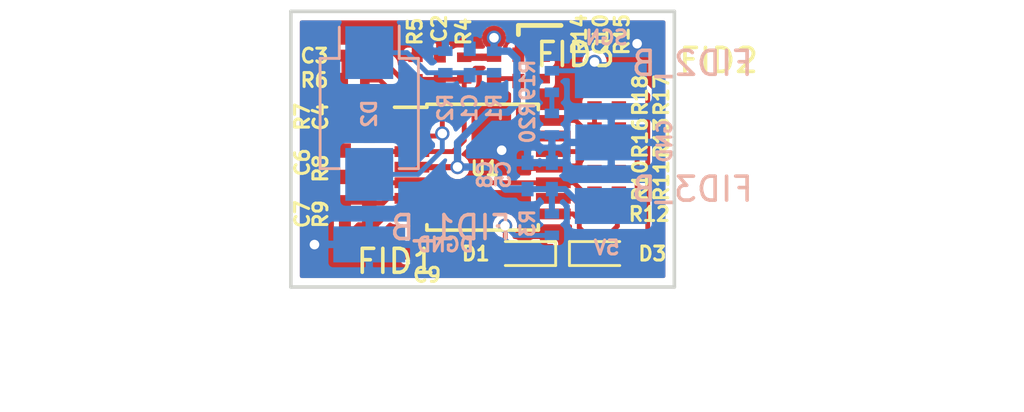
<source format=kicad_pcb>
(kicad_pcb (version 4) (host pcbnew 4.0.7-e2-6376~58~ubuntu16.04.1)

  (general
    (links 64)
    (no_connects 0)
    (area 124.924999 115.924999 141.075001 127.575001)
    (thickness 1)
    (drawings 10)
    (tracks 185)
    (zones 0)
    (modules 44)
    (nets 21)
  )

  (page A4)
  (layers
    (0 F.Cu mixed)
    (31 B.Cu mixed hide)
    (32 B.Adhes user)
    (33 F.Adhes user)
    (34 B.Paste user)
    (35 F.Paste user)
    (36 B.SilkS user)
    (37 F.SilkS user)
    (38 B.Mask user)
    (39 F.Mask user)
    (40 Dwgs.User user)
    (41 Cmts.User user)
    (42 Eco1.User user)
    (43 Eco2.User user)
    (44 Edge.Cuts user)
    (45 Margin user)
    (46 B.CrtYd user)
    (47 F.CrtYd user)
    (48 B.Fab user hide)
    (49 F.Fab user hide)
  )

  (setup
    (last_trace_width 0.2032)
    (trace_clearance 0.1524)
    (zone_clearance 0.2032)
    (zone_45_only yes)
    (trace_min 0.1016)
    (segment_width 0.2)
    (edge_width 0.15)
    (via_size 0.6)
    (via_drill 0.4)
    (via_min_size 0.4)
    (via_min_drill 0.3)
    (uvia_size 0.3)
    (uvia_drill 0.1)
    (uvias_allowed no)
    (uvia_min_size 0)
    (uvia_min_drill 0)
    (pcb_text_width 0.3)
    (pcb_text_size 1.27 1.5)
    (mod_edge_width 0.15)
    (mod_text_size 0.5842 0.5842)
    (mod_text_width 0.127)
    (pad_size 2.2 2)
    (pad_drill 0)
    (pad_to_mask_clearance 0.1016)
    (pad_to_paste_clearance -0.0762)
    (aux_axis_origin 125 116)
    (grid_origin 125 116)
    (visible_elements FFFEFF7F)
    (pcbplotparams
      (layerselection 0x012fc_80000001)
      (usegerberextensions true)
      (excludeedgelayer true)
      (linewidth 0.100000)
      (plotframeref false)
      (viasonmask true)
      (mode 1)
      (useauxorigin false)
      (hpglpennumber 1)
      (hpglpenspeed 20)
      (hpglpendiameter 15)
      (hpglpenoverlay 2)
      (psnegative false)
      (psa4output false)
      (plotreference true)
      (plotvalue false)
      (plotinvisibletext false)
      (padsonsilk false)
      (subtractmaskfromsilk false)
      (outputformat 1)
      (mirror false)
      (drillshape 0)
      (scaleselection 1)
      (outputdirectory grb))
  )

  (net 0 "")
  (net 1 "Net-(C1-Pad1)")
  (net 2 GND)
  (net 3 "Net-(C2-Pad1)")
  (net 4 "Net-(C3-Pad2)")
  (net 5 "Net-(C4-Pad1)")
  (net 6 "Net-(C4-Pad2)")
  (net 7 +5V)
  (net 8 "Net-(C6-Pad1)")
  (net 9 "Net-(C7-Pad1)")
  (net 10 "Net-(C7-Pad2)")
  (net 11 "Net-(C9-Pad1)")
  (net 12 "Net-(C10-Pad1)")
  (net 13 "Net-(D1-Pad2)")
  (net 14 "Net-(D3-Pad2)")
  (net 15 "Net-(J4-Pad1)")
  (net 16 "Net-(R11-Pad1)")
  (net 17 "Net-(R12-Pad1)")
  (net 18 "Net-(R13-Pad1)")
  (net 19 "Net-(R16-Pad1)")
  (net 20 "Net-(R19-Pad1)")

  (net_class Default "This is the default net class."
    (clearance 0.1524)
    (trace_width 0.2032)
    (via_dia 0.6)
    (via_drill 0.4)
    (uvia_dia 0.3)
    (uvia_drill 0.1)
    (add_net "Net-(C1-Pad1)")
    (add_net "Net-(C10-Pad1)")
    (add_net "Net-(C2-Pad1)")
    (add_net "Net-(C3-Pad2)")
    (add_net "Net-(C4-Pad1)")
    (add_net "Net-(C4-Pad2)")
    (add_net "Net-(C6-Pad1)")
    (add_net "Net-(C7-Pad1)")
    (add_net "Net-(C7-Pad2)")
    (add_net "Net-(C9-Pad1)")
    (add_net "Net-(D1-Pad2)")
    (add_net "Net-(D3-Pad2)")
    (add_net "Net-(J4-Pad1)")
    (add_net "Net-(R11-Pad1)")
    (add_net "Net-(R12-Pad1)")
    (add_net "Net-(R13-Pad1)")
    (add_net "Net-(R16-Pad1)")
    (add_net "Net-(R19-Pad1)")
  )

  (net_class PWR ""
    (clearance 0.1524)
    (trace_width 0.3048)
    (via_dia 0.6)
    (via_drill 0.4)
    (uvia_dia 0.3)
    (uvia_drill 0.1)
    (add_net +5V)
    (add_net GND)
  )

  (module Fiducials:Fiducial_1mm_Dia_2.54mm_Outer_CopperTop (layer F.Cu) (tedit 59F1EBE0) (tstamp 59F1ECA6)
    (at 133.475 117.1)
    (descr "Circular Fiducial, 1mm bare copper top; 2.54mm keepout")
    (tags marker)
    (attr smd)
    (fp_text reference FID3 (at 3.4 0.7) (layer F.SilkS)
      (effects (font (size 1 1) (thickness 0.15)))
    )
    (fp_text value Fiducial_1mm_Dia_2.54mm_Outer_CopperTop (at 0 -1.8) (layer F.Fab)
      (effects (font (size 1 1) (thickness 0.15)))
    )
    (fp_circle (center 0 0) (end 1.55 0) (layer F.CrtYd) (width 0.05))
    (pad ~ smd circle (at 0 0) (size 1 1) (layers F.Cu F.Mask)
      (solder_mask_margin 0.77) (clearance 0.77))
  )

  (module Fiducials:Fiducial_1mm_Dia_2.54mm_Outer_CopperTop (layer F.Cu) (tedit 59F1EBCD) (tstamp 59F1EC8E)
    (at 139.446 117.348)
    (descr "Circular Fiducial, 1mm bare copper top; 2.54mm keepout")
    (tags marker)
    (attr smd)
    (fp_text reference FID2 (at 3.4 0.7) (layer F.SilkS)
      (effects (font (size 1 1) (thickness 0.15)))
    )
    (fp_text value Fiducial_1mm_Dia_2.54mm_Outer_CopperTop (at 0 -1.8) (layer F.Fab)
      (effects (font (size 1 1) (thickness 0.15)))
    )
    (fp_circle (center 0 0) (end 1.55 0) (layer F.CrtYd) (width 0.05))
    (pad ~ smd circle (at 0 0) (size 1 1) (layers F.Cu F.Mask)
      (solder_mask_margin 0.77) (clearance 0.77))
  )

  (module Fiducials:Fiducial_1mm_Dia_2.54mm_Outer_CopperTop (layer F.Cu) (tedit 59F1EB9B) (tstamp 59F1EC71)
    (at 125.984 125.73)
    (descr "Circular Fiducial, 1mm bare copper top; 2.54mm keepout")
    (tags marker)
    (attr smd)
    (fp_text reference FID1 (at 3.4 0.7) (layer F.SilkS)
      (effects (font (size 1 1) (thickness 0.15)))
    )
    (fp_text value Fiducial_1mm_Dia_2.54mm_Outer_CopperTop (at 0 -1.8) (layer F.Fab)
      (effects (font (size 1 1) (thickness 0.15)))
    )
    (fp_circle (center 0 0) (end 1.55 0) (layer F.CrtYd) (width 0.05))
    (pad ~ smd circle (at 0 0) (size 1 1) (layers F.Cu F.Mask)
      (solder_mask_margin 0.77) (clearance 0.77))
  )

  (module Fiducials:Fiducial_1mm_Dia_2.54mm_Outer_CopperTop (layer B.Cu) (tedit 59F1ECAB) (tstamp 59F1EBD8)
    (at 138.3485 124.119)
    (descr "Circular Fiducial, 1mm bare copper top; 2.54mm keepout")
    (tags marker)
    (attr smd)
    (fp_text reference FID3_B (at 3.4 -0.7) (layer B.SilkS)
      (effects (font (size 1 1) (thickness 0.15)) (justify mirror))
    )
    (fp_text value Fiducial_1mm_Dia_2.54mm_Outer_CopperTop (at 0 1.8) (layer B.Fab)
      (effects (font (size 1 1) (thickness 0.15)) (justify mirror))
    )
    (fp_circle (center 0 0) (end 1.55 0) (layer B.CrtYd) (width 0.05))
    (pad ~ smd circle (at 0 0) (size 1 1) (layers B.Cu B.Mask)
      (solder_mask_margin 0.77) (clearance 0.77))
  )

  (module Fiducials:Fiducial_1mm_Dia_2.54mm_Outer_CopperTop (layer B.Cu) (tedit 59F1EC9B) (tstamp 59F1EBC0)
    (at 138.3485 118.869)
    (descr "Circular Fiducial, 1mm bare copper top; 2.54mm keepout")
    (tags marker)
    (attr smd)
    (fp_text reference FID2_B (at 3.4 -0.7) (layer B.SilkS)
      (effects (font (size 1 1) (thickness 0.15)) (justify mirror))
    )
    (fp_text value Fiducial_1mm_Dia_2.54mm_Outer_CopperTop (at 0 1.8) (layer B.Fab)
      (effects (font (size 1 1) (thickness 0.15)) (justify mirror))
    )
    (fp_circle (center 0 0) (end 1.55 0) (layer B.CrtYd) (width 0.05))
    (pad ~ smd circle (at 0 0) (size 1 1) (layers B.Cu B.Mask)
      (solder_mask_margin 0.77) (clearance 0.77))
  )

  (module LEDs:LED_0603 (layer F.Cu) (tedit 58F7AC14) (tstamp 58F4EDBD)
    (at 134.747 126.103 180)
    (descr "LED 0603 smd package")
    (tags "LED led 0603 SMD smd SMT smt smdled SMDLED smtled SMTLED")
    (path /58F5160B)
    (attr smd)
    (fp_text reference D1 (at 2.032 -0.008 180) (layer F.SilkS)
      (effects (font (size 0.5842 0.5842) (thickness 0.127)))
    )
    (fp_text value Pwr_LED (at 0 1.35 180) (layer F.Fab)
      (effects (font (size 1 1) (thickness 0.15)))
    )
    (fp_line (start -1.3 -0.5) (end -1.3 0.5) (layer F.SilkS) (width 0.12))
    (fp_line (start -0.2 -0.2) (end -0.2 0.2) (layer F.Fab) (width 0.1))
    (fp_line (start -0.15 0) (end 0.15 -0.2) (layer F.Fab) (width 0.1))
    (fp_line (start 0.15 0.2) (end -0.15 0) (layer F.Fab) (width 0.1))
    (fp_line (start 0.15 -0.2) (end 0.15 0.2) (layer F.Fab) (width 0.1))
    (fp_line (start 0.8 0.4) (end -0.8 0.4) (layer F.Fab) (width 0.1))
    (fp_line (start 0.8 -0.4) (end 0.8 0.4) (layer F.Fab) (width 0.1))
    (fp_line (start -0.8 -0.4) (end 0.8 -0.4) (layer F.Fab) (width 0.1))
    (fp_line (start -0.8 0.4) (end -0.8 -0.4) (layer F.Fab) (width 0.1))
    (fp_line (start -1.3 0.5) (end 0.8 0.5) (layer F.SilkS) (width 0.12))
    (fp_line (start -1.3 -0.5) (end 0.8 -0.5) (layer F.SilkS) (width 0.12))
    (fp_line (start 1.45 -0.65) (end 1.45 0.65) (layer F.CrtYd) (width 0.05))
    (fp_line (start 1.45 0.65) (end -1.45 0.65) (layer F.CrtYd) (width 0.05))
    (fp_line (start -1.45 0.65) (end -1.45 -0.65) (layer F.CrtYd) (width 0.05))
    (fp_line (start -1.45 -0.65) (end 1.45 -0.65) (layer F.CrtYd) (width 0.05))
    (pad 2 smd rect (at 0.8 0) (size 0.8 0.8) (layers F.Cu F.Paste F.Mask)
      (net 13 "Net-(D1-Pad2)"))
    (pad 1 smd rect (at -0.8 0) (size 0.8 0.8) (layers F.Cu F.Paste F.Mask)
      (net 2 GND))
    (model LEDs.3dshapes/LED_0603.wrl
      (at (xyz 0 0 0))
      (scale (xyz 1 1 1))
      (rotate (xyz 0 0 180))
    )
  )

  (module Opto-Devices:PhotoDiode_SMD-DIL2_4.5x4 (layer B.Cu) (tedit 59F20269) (tstamp 58F4EDC3)
    (at 128.27 120.261 270)
    (descr "PhotoDiode, plastic SMD DIL, 4.5x4mm²")
    (tags "PhotoDiode plastic SMD DIL")
    (path /58F206E0)
    (attr smd)
    (fp_text reference D2 (at 0.008 0 270) (layer B.SilkS)
      (effects (font (size 0.5842 0.5842) (thickness 0.127)) (justify mirror))
    )
    (fp_text value BPW34 (at 0 -3.17 270) (layer B.Fab)
      (effects (font (size 1 1) (thickness 0.15)) (justify mirror))
    )
    (fp_line (start -3.65 -1.25) (end -2.3 -1.25) (layer B.SilkS) (width 0.12))
    (fp_line (start -2.3 -1.25) (end -2.3 -2.05) (layer B.SilkS) (width 0.12))
    (fp_line (start -2.3 -2.05) (end 2.3 -2.05) (layer B.SilkS) (width 0.12))
    (fp_line (start 2.3 -2.05) (end 2.3 -1.25) (layer B.SilkS) (width 0.12))
    (fp_line (start 2.3 1.25) (end 2.3 2.05) (layer B.SilkS) (width 0.12))
    (fp_line (start 2.3 2.05) (end -2.3 2.05) (layer B.SilkS) (width 0.12))
    (fp_line (start -2.3 2.05) (end -2.3 1.25) (layer B.SilkS) (width 0.12))
    (fp_line (start -2.3 1.25) (end -3.6 1.25) (layer B.SilkS) (width 0.12))
    (fp_line (start -2.25 1.4) (end -2.25 -2) (layer B.Fab) (width 0.1))
    (fp_line (start -2.25 1.4) (end -1.65 2) (layer B.Fab) (width 0.1))
    (fp_line (start -1.65 2) (end 2.25 2) (layer B.Fab) (width 0.1))
    (fp_line (start 2.25 2) (end 2.25 -2) (layer B.Fab) (width 0.1))
    (fp_line (start 2.25 -2) (end -2.25 -2) (layer B.Fab) (width 0.1))
    (fp_line (start 0.45 0.38) (end 0.71 0.38) (layer B.Fab) (width 0.1))
    (fp_line (start 0.45 0.38) (end 0.45 0.64) (layer B.Fab) (width 0.1))
    (fp_line (start -0.05 0.38) (end 0.2 0.38) (layer B.Fab) (width 0.1))
    (fp_line (start -0.05 0.38) (end -0.05 0.64) (layer B.Fab) (width 0.1))
    (fp_line (start 0.71 1.14) (end -0.05 0.38) (layer B.Fab) (width 0.1))
    (fp_line (start 1.22 1.14) (end 0.45 0.38) (layer B.Fab) (width 0.1))
    (fp_line (start -0.31 -0.64) (end 0.33 0) (layer B.Fab) (width 0.1))
    (fp_line (start 0.33 0) (end 0.33 -1.27) (layer B.Fab) (width 0.1))
    (fp_line (start 0.33 -1.27) (end -0.31 -0.64) (layer B.Fab) (width 0.1))
    (fp_line (start -0.31 0) (end -0.31 -1.27) (layer B.Fab) (width 0.1))
    (fp_line (start -1.27 -0.64) (end 1.27 -0.64) (layer B.Fab) (width 0.1))
    (fp_line (start -3.89 2.25) (end 3.89 2.25) (layer B.CrtYd) (width 0.05))
    (fp_line (start -3.89 2.25) (end -3.89 -2.25) (layer B.CrtYd) (width 0.05))
    (fp_line (start 3.89 -2.25) (end 3.89 2.25) (layer B.CrtYd) (width 0.05))
    (fp_line (start 3.89 -2.25) (end -3.89 -2.25) (layer B.CrtYd) (width 0.05))
    (pad 2 smd rect (at 2.54 0 90) (size 2.2 2) (layers B.Cu B.Paste B.Mask)
      (net 6 "Net-(C4-Pad2)"))
    (pad 1 smd rect (at -2.54 0 90) (size 2.2 2) (layers B.Cu B.Paste B.Mask)
      (net 1 "Net-(C1-Pad1)"))
  )

  (module LEDs:LED_0603 (layer F.Cu) (tedit 58F7AC1E) (tstamp 58F4EDC9)
    (at 137.922 126.103)
    (descr "LED 0603 smd package")
    (tags "LED led 0603 SMD smd SMT smt smdled SMDLED smtled SMTLED")
    (path /58F50FD7)
    (attr smd)
    (fp_text reference D3 (at 2.159 0.008) (layer F.SilkS)
      (effects (font (size 0.5842 0.5842) (thickness 0.127)))
    )
    (fp_text value Sgn_LED (at 0 1.35) (layer F.Fab)
      (effects (font (size 1 1) (thickness 0.15)))
    )
    (fp_line (start -1.3 -0.5) (end -1.3 0.5) (layer F.SilkS) (width 0.12))
    (fp_line (start -0.2 -0.2) (end -0.2 0.2) (layer F.Fab) (width 0.1))
    (fp_line (start -0.15 0) (end 0.15 -0.2) (layer F.Fab) (width 0.1))
    (fp_line (start 0.15 0.2) (end -0.15 0) (layer F.Fab) (width 0.1))
    (fp_line (start 0.15 -0.2) (end 0.15 0.2) (layer F.Fab) (width 0.1))
    (fp_line (start 0.8 0.4) (end -0.8 0.4) (layer F.Fab) (width 0.1))
    (fp_line (start 0.8 -0.4) (end 0.8 0.4) (layer F.Fab) (width 0.1))
    (fp_line (start -0.8 -0.4) (end 0.8 -0.4) (layer F.Fab) (width 0.1))
    (fp_line (start -0.8 0.4) (end -0.8 -0.4) (layer F.Fab) (width 0.1))
    (fp_line (start -1.3 0.5) (end 0.8 0.5) (layer F.SilkS) (width 0.12))
    (fp_line (start -1.3 -0.5) (end 0.8 -0.5) (layer F.SilkS) (width 0.12))
    (fp_line (start 1.45 -0.65) (end 1.45 0.65) (layer F.CrtYd) (width 0.05))
    (fp_line (start 1.45 0.65) (end -1.45 0.65) (layer F.CrtYd) (width 0.05))
    (fp_line (start -1.45 0.65) (end -1.45 -0.65) (layer F.CrtYd) (width 0.05))
    (fp_line (start -1.45 -0.65) (end 1.45 -0.65) (layer F.CrtYd) (width 0.05))
    (pad 2 smd rect (at 0.8 0 180) (size 0.8 0.8) (layers F.Cu F.Paste F.Mask)
      (net 14 "Net-(D3-Pad2)"))
    (pad 1 smd rect (at -0.8 0 180) (size 0.8 0.8) (layers F.Cu F.Paste F.Mask)
      (net 2 GND))
    (model LEDs.3dshapes/LED_0603.wrl
      (at (xyz 0 0 0))
      (scale (xyz 1 1 1))
      (rotate (xyz 0 0 180))
    )
  )

  (module custom_lib:SolderWirePad_single_SMD_1.5x3mm (layer B.Cu) (tedit 58F7C190) (tstamp 58F4EDCE)
    (at 138.3485 124.119 90)
    (descr "Wire Pad, Square, SMD Pad,  1.5mm x 3mm,")
    (tags "MesurementPoint Square SMDPad 1.5mmx3mm ")
    (path /58F20708)
    (attr smd)
    (fp_text reference 5V (at -1.738 -0.1725 180) (layer B.SilkS)
      (effects (font (size 0.5842 0.5842) (thickness 0.127)) (justify mirror))
    )
    (fp_text value 5V (at 0 -2.9464 90) (layer B.Fab)
      (effects (font (size 1 1) (thickness 0.15)) (justify mirror))
    )
    (fp_line (start 1 1.75) (end -1 1.75) (layer B.CrtYd) (width 0.05))
    (fp_line (start 1 -1.75) (end 1 1.75) (layer B.CrtYd) (width 0.05))
    (fp_line (start -1 -1.75) (end 1 -1.75) (layer B.CrtYd) (width 0.05))
    (fp_line (start -1 1.75) (end -1 -1.75) (layer B.CrtYd) (width 0.05))
    (pad 1 smd rect (at 0 0 90) (size 1.5 3) (layers B.Cu B.Mask)
      (net 7 +5V))
  )

  (module custom_lib:SolderWirePad_single_SMD_1.5x3mm (layer B.Cu) (tedit 58F7C18A) (tstamp 58F4EDD3)
    (at 138.3665 121.4675 90)
    (descr "Wire Pad, Square, SMD Pad,  1.5mm x 3mm,")
    (tags "MesurementPoint Square SMDPad 1.5mmx3mm ")
    (path /58F20709)
    (attr smd)
    (fp_text reference GND (at 0.0555 2.2225 270) (layer B.SilkS)
      (effects (font (size 0.5842 0.5842) (thickness 0.127)) (justify mirror))
    )
    (fp_text value GND (at 0 -2.9464 90) (layer B.Fab)
      (effects (font (size 1 1) (thickness 0.15)) (justify mirror))
    )
    (fp_line (start 1 1.75) (end -1 1.75) (layer B.CrtYd) (width 0.05))
    (fp_line (start 1 -1.75) (end 1 1.75) (layer B.CrtYd) (width 0.05))
    (fp_line (start -1 -1.75) (end 1 -1.75) (layer B.CrtYd) (width 0.05))
    (fp_line (start -1 1.75) (end -1 -1.75) (layer B.CrtYd) (width 0.05))
    (pad 1 smd rect (at 0 0 90) (size 1.5 3) (layers B.Cu B.Mask)
      (net 2 GND))
  )

  (module custom_lib:SolderWirePad_single_SMD_1.5x3mm (layer B.Cu) (tedit 58F7C198) (tstamp 58F4EDD8)
    (at 128.27 125.722 270)
    (descr "Wire Pad, Square, SMD Pad,  1.5mm x 3mm,")
    (tags "MesurementPoint Square SMDPad 1.5mmx3mm ")
    (path /58F20707)
    (attr smd)
    (fp_text reference DGND (at 0.008 -3.175 360) (layer B.SilkS)
      (effects (font (size 0.5842 0.5842) (thickness 0.127)) (justify mirror))
    )
    (fp_text value D_GND (at 0 -2.9464 270) (layer B.Fab)
      (effects (font (size 1 1) (thickness 0.15)) (justify mirror))
    )
    (fp_line (start 1 1.75) (end -1 1.75) (layer B.CrtYd) (width 0.05))
    (fp_line (start 1 -1.75) (end 1 1.75) (layer B.CrtYd) (width 0.05))
    (fp_line (start -1 -1.75) (end 1 -1.75) (layer B.CrtYd) (width 0.05))
    (fp_line (start -1 1.75) (end -1 -1.75) (layer B.CrtYd) (width 0.05))
    (pad 1 smd rect (at 0 0 270) (size 1.5 3) (layers B.Cu B.Mask)
      (net 2 GND))
  )

  (module custom_lib:SolderWirePad_single_SMD_1.5x3mm (layer B.Cu) (tedit 58F7C174) (tstamp 58F4EDDD)
    (at 138.3485 118.869 90)
    (descr "Wire Pad, Square, SMD Pad,  1.5mm x 3mm,")
    (tags "MesurementPoint Square SMDPad 1.5mmx3mm ")
    (path /58F20704)
    (attr smd)
    (fp_text reference SGN (at 1.775 -0.1725 180) (layer B.SilkS)
      (effects (font (size 0.5842 0.5842) (thickness 0.127)) (justify mirror))
    )
    (fp_text value Sgn (at 0 -2.9464 90) (layer B.Fab)
      (effects (font (size 1 1) (thickness 0.15)) (justify mirror))
    )
    (fp_line (start 1 1.75) (end -1 1.75) (layer B.CrtYd) (width 0.05))
    (fp_line (start 1 -1.75) (end 1 1.75) (layer B.CrtYd) (width 0.05))
    (fp_line (start -1 -1.75) (end 1 -1.75) (layer B.CrtYd) (width 0.05))
    (fp_line (start -1 1.75) (end -1 -1.75) (layer B.CrtYd) (width 0.05))
    (pad 1 smd rect (at 0 0 90) (size 1.5 3) (layers B.Cu B.Mask)
      (net 15 "Net-(J4-Pad1)"))
  )

  (module Housings_SSOP:TSSOP-14_4.4x5mm_Pitch0.65mm (layer F.Cu) (tedit 58F7ACA1) (tstamp 58F4EE67)
    (at 133 122.5)
    (descr "14-Lead Plastic Thin Shrink Small Outline (ST)-4.4 mm Body [TSSOP] (see Microchip Packaging Specification 00000049BS.pdf)")
    (tags "SSOP 0.65")
    (path /58F206E1)
    (attr smd)
    (fp_text reference U1 (at 0.096 0.055) (layer F.SilkS)
      (effects (font (size 0.5842 0.5842) (thickness 0.127)))
    )
    (fp_text value TLV4316 (at 0 3.55) (layer F.Fab)
      (effects (font (size 1 1) (thickness 0.15)))
    )
    (fp_line (start -1.2 -2.5) (end 2.2 -2.5) (layer F.Fab) (width 0.15))
    (fp_line (start 2.2 -2.5) (end 2.2 2.5) (layer F.Fab) (width 0.15))
    (fp_line (start 2.2 2.5) (end -2.2 2.5) (layer F.Fab) (width 0.15))
    (fp_line (start -2.2 2.5) (end -2.2 -1.5) (layer F.Fab) (width 0.15))
    (fp_line (start -2.2 -1.5) (end -1.2 -2.5) (layer F.Fab) (width 0.15))
    (fp_line (start -3.95 -2.8) (end -3.95 2.8) (layer F.CrtYd) (width 0.05))
    (fp_line (start 3.95 -2.8) (end 3.95 2.8) (layer F.CrtYd) (width 0.05))
    (fp_line (start -3.95 -2.8) (end 3.95 -2.8) (layer F.CrtYd) (width 0.05))
    (fp_line (start -3.95 2.8) (end 3.95 2.8) (layer F.CrtYd) (width 0.05))
    (fp_line (start -2.325 -2.625) (end -2.325 -2.5) (layer F.SilkS) (width 0.15))
    (fp_line (start 2.325 -2.625) (end 2.325 -2.4) (layer F.SilkS) (width 0.15))
    (fp_line (start 2.325 2.625) (end 2.325 2.4) (layer F.SilkS) (width 0.15))
    (fp_line (start -2.325 2.625) (end -2.325 2.4) (layer F.SilkS) (width 0.15))
    (fp_line (start -2.325 -2.625) (end 2.325 -2.625) (layer F.SilkS) (width 0.15))
    (fp_line (start -2.325 2.625) (end 2.325 2.625) (layer F.SilkS) (width 0.15))
    (fp_line (start -2.325 -2.5) (end -3.675 -2.5) (layer F.SilkS) (width 0.15))
    (fp_text user %R (at 0 0) (layer F.Fab)
      (effects (font (size 0.8 0.8) (thickness 0.15)))
    )
    (pad 1 smd rect (at -2.95 -1.95) (size 1.45 0.45) (layers F.Cu F.Paste F.Mask)
      (net 5 "Net-(C4-Pad1)"))
    (pad 2 smd rect (at -2.95 -1.3) (size 1.45 0.45) (layers F.Cu F.Paste F.Mask)
      (net 6 "Net-(C4-Pad2)"))
    (pad 3 smd rect (at -2.95 -0.65) (size 1.45 0.45) (layers F.Cu F.Paste F.Mask)
      (net 3 "Net-(C2-Pad1)"))
    (pad 4 smd rect (at -2.95 0) (size 1.45 0.45) (layers F.Cu F.Paste F.Mask)
      (net 7 +5V))
    (pad 5 smd rect (at -2.95 0.65) (size 1.45 0.45) (layers F.Cu F.Paste F.Mask)
      (net 3 "Net-(C2-Pad1)"))
    (pad 6 smd rect (at -2.95 1.3) (size 1.45 0.45) (layers F.Cu F.Paste F.Mask)
      (net 10 "Net-(C7-Pad2)"))
    (pad 7 smd rect (at -2.95 1.95) (size 1.45 0.45) (layers F.Cu F.Paste F.Mask)
      (net 9 "Net-(C7-Pad1)"))
    (pad 8 smd rect (at 2.95 1.95) (size 1.45 0.45) (layers F.Cu F.Paste F.Mask)
      (net 17 "Net-(R12-Pad1)"))
    (pad 9 smd rect (at 2.95 1.3) (size 1.45 0.45) (layers F.Cu F.Paste F.Mask)
      (net 16 "Net-(R11-Pad1)"))
    (pad 10 smd rect (at 2.95 0.65) (size 1.45 0.45) (layers F.Cu F.Paste F.Mask)
      (net 11 "Net-(C9-Pad1)"))
    (pad 11 smd rect (at 2.95 0) (size 1.45 0.45) (layers F.Cu F.Paste F.Mask)
      (net 2 GND))
    (pad 12 smd rect (at 2.95 -0.65) (size 1.45 0.45) (layers F.Cu F.Paste F.Mask)
      (net 18 "Net-(R13-Pad1)"))
    (pad 13 smd rect (at 2.95 -1.3) (size 1.45 0.45) (layers F.Cu F.Paste F.Mask)
      (net 12 "Net-(C10-Pad1)"))
    (pad 14 smd rect (at 2.95 -1.95) (size 1.45 0.45) (layers F.Cu F.Paste F.Mask)
      (net 19 "Net-(R16-Pad1)"))
    (model ${KISYS3DMOD}/Housings_SSOP.3dshapes/TSSOP-14_4.4x5mm_Pitch0.65mm.wrl
      (at (xyz 0 0 0))
      (scale (xyz 1 1 1))
      (rotate (xyz 0 0 0))
    )
  )

  (module Capacitors_SMD:C_0402_NoSilk (layer B.Cu) (tedit 58F7AF3F) (tstamp 58F4FDB6)
    (at 132.461 118.11 90)
    (descr "Capacitor SMD 0402, reflow soldering, AVX (see smccp.pdf)")
    (tags "capacitor 0402")
    (path /58F24518)
    (attr smd)
    (fp_text reference C1 (at -1.905 0 90) (layer B.SilkS)
      (effects (font (size 0.5842 0.5842) (thickness 0.127)) (justify mirror))
    )
    (fp_text value 100n (at 0 -1.27 90) (layer B.Fab)
      (effects (font (size 1 1) (thickness 0.15)) (justify mirror))
    )
    (fp_text user %R (at 0 1.27 90) (layer B.Fab)
      (effects (font (size 1 1) (thickness 0.15)) (justify mirror))
    )
    (fp_line (start -0.5 -0.25) (end -0.5 0.25) (layer B.Fab) (width 0.1))
    (fp_line (start 0.5 -0.25) (end -0.5 -0.25) (layer B.Fab) (width 0.1))
    (fp_line (start 0.5 0.25) (end 0.5 -0.25) (layer B.Fab) (width 0.1))
    (fp_line (start -0.5 0.25) (end 0.5 0.25) (layer B.Fab) (width 0.1))
    (fp_line (start -1 0.4) (end 1 0.4) (layer B.CrtYd) (width 0.05))
    (fp_line (start -1 0.4) (end -1 -0.4) (layer B.CrtYd) (width 0.05))
    (fp_line (start 1 -0.4) (end 1 0.4) (layer B.CrtYd) (width 0.05))
    (fp_line (start 1 -0.4) (end -1 -0.4) (layer B.CrtYd) (width 0.05))
    (pad 1 smd rect (at -0.55 0 90) (size 0.6 0.5) (layers B.Cu B.Paste B.Mask)
      (net 1 "Net-(C1-Pad1)"))
    (pad 2 smd rect (at 0.55 0 90) (size 0.6 0.5) (layers B.Cu B.Paste B.Mask)
      (net 2 GND))
    (model Capacitors_SMD.3dshapes/C_0402.wrl
      (at (xyz 0 0 0))
      (scale (xyz 1 1 1))
      (rotate (xyz 0 0 0))
    )
  )

  (module Capacitors_SMD:C_0402_NoSilk (layer F.Cu) (tedit 58F7AD6E) (tstamp 58F4FDBB)
    (at 131.214 118.385 90)
    (descr "Capacitor SMD 0402, reflow soldering, AVX (see smccp.pdf)")
    (tags "capacitor 0402")
    (path /58F206F2)
    (attr smd)
    (fp_text reference C2 (at 1.672 -0.023 90) (layer F.SilkS)
      (effects (font (size 0.5842 0.5842) (thickness 0.127)))
    )
    (fp_text value 100n (at 0 1.27 90) (layer F.Fab)
      (effects (font (size 1 1) (thickness 0.15)))
    )
    (fp_text user %R (at 0 -1.27 90) (layer F.Fab)
      (effects (font (size 1 1) (thickness 0.15)))
    )
    (fp_line (start -0.5 0.25) (end -0.5 -0.25) (layer F.Fab) (width 0.1))
    (fp_line (start 0.5 0.25) (end -0.5 0.25) (layer F.Fab) (width 0.1))
    (fp_line (start 0.5 -0.25) (end 0.5 0.25) (layer F.Fab) (width 0.1))
    (fp_line (start -0.5 -0.25) (end 0.5 -0.25) (layer F.Fab) (width 0.1))
    (fp_line (start -1 -0.4) (end 1 -0.4) (layer F.CrtYd) (width 0.05))
    (fp_line (start -1 -0.4) (end -1 0.4) (layer F.CrtYd) (width 0.05))
    (fp_line (start 1 0.4) (end 1 -0.4) (layer F.CrtYd) (width 0.05))
    (fp_line (start 1 0.4) (end -1 0.4) (layer F.CrtYd) (width 0.05))
    (pad 1 smd rect (at -0.55 0 90) (size 0.6 0.5) (layers F.Cu F.Paste F.Mask)
      (net 3 "Net-(C2-Pad1)"))
    (pad 2 smd rect (at 0.55 0 90) (size 0.6 0.5) (layers F.Cu F.Paste F.Mask)
      (net 2 GND))
    (model Capacitors_SMD.3dshapes/C_0402.wrl
      (at (xyz 0 0 0))
      (scale (xyz 1 1 1))
      (rotate (xyz 0 0 0))
    )
  )

  (module Capacitors_SMD:C_0402_NoSilk (layer F.Cu) (tedit 58F7AD83) (tstamp 58F4FDC0)
    (at 127.762 117.848 180)
    (descr "Capacitor SMD 0402, reflow soldering, AVX (see smccp.pdf)")
    (tags "capacitor 0402")
    (path /58F34947)
    (attr smd)
    (fp_text reference C3 (at 1.778 -0.008 180) (layer F.SilkS)
      (effects (font (size 0.5842 0.5842) (thickness 0.127)))
    )
    (fp_text value 100n (at 0 1.27 180) (layer F.Fab)
      (effects (font (size 1 1) (thickness 0.15)))
    )
    (fp_text user %R (at 0 -1.27 180) (layer F.Fab)
      (effects (font (size 1 1) (thickness 0.15)))
    )
    (fp_line (start -0.5 0.25) (end -0.5 -0.25) (layer F.Fab) (width 0.1))
    (fp_line (start 0.5 0.25) (end -0.5 0.25) (layer F.Fab) (width 0.1))
    (fp_line (start 0.5 -0.25) (end 0.5 0.25) (layer F.Fab) (width 0.1))
    (fp_line (start -0.5 -0.25) (end 0.5 -0.25) (layer F.Fab) (width 0.1))
    (fp_line (start -1 -0.4) (end 1 -0.4) (layer F.CrtYd) (width 0.05))
    (fp_line (start -1 -0.4) (end -1 0.4) (layer F.CrtYd) (width 0.05))
    (fp_line (start 1 0.4) (end 1 -0.4) (layer F.CrtYd) (width 0.05))
    (fp_line (start 1 0.4) (end -1 0.4) (layer F.CrtYd) (width 0.05))
    (pad 1 smd rect (at -0.55 0 180) (size 0.6 0.5) (layers F.Cu F.Paste F.Mask)
      (net 3 "Net-(C2-Pad1)"))
    (pad 2 smd rect (at 0.55 0 180) (size 0.6 0.5) (layers F.Cu F.Paste F.Mask)
      (net 4 "Net-(C3-Pad2)"))
    (model Capacitors_SMD.3dshapes/C_0402.wrl
      (at (xyz 0 0 0))
      (scale (xyz 1 1 1))
      (rotate (xyz 0 0 0))
    )
  )

  (module Capacitors_SMD:C_0402_NoSilk (layer F.Cu) (tedit 58F7ADD2) (tstamp 58F4FDC5)
    (at 128.27 120.642 270)
    (descr "Capacitor SMD 0402, reflow soldering, AVX (see smccp.pdf)")
    (tags "capacitor 0402")
    (path /58F2070B)
    (attr smd)
    (fp_text reference C4 (at -0.246 2.032 270) (layer F.SilkS)
      (effects (font (size 0.5842 0.5842) (thickness 0.127)))
    )
    (fp_text value 10p (at 0 1.27 270) (layer F.Fab)
      (effects (font (size 1 1) (thickness 0.15)))
    )
    (fp_text user %R (at 0 -1.27 270) (layer F.Fab)
      (effects (font (size 1 1) (thickness 0.15)))
    )
    (fp_line (start -0.5 0.25) (end -0.5 -0.25) (layer F.Fab) (width 0.1))
    (fp_line (start 0.5 0.25) (end -0.5 0.25) (layer F.Fab) (width 0.1))
    (fp_line (start 0.5 -0.25) (end 0.5 0.25) (layer F.Fab) (width 0.1))
    (fp_line (start -0.5 -0.25) (end 0.5 -0.25) (layer F.Fab) (width 0.1))
    (fp_line (start -1 -0.4) (end 1 -0.4) (layer F.CrtYd) (width 0.05))
    (fp_line (start -1 -0.4) (end -1 0.4) (layer F.CrtYd) (width 0.05))
    (fp_line (start 1 0.4) (end 1 -0.4) (layer F.CrtYd) (width 0.05))
    (fp_line (start 1 0.4) (end -1 0.4) (layer F.CrtYd) (width 0.05))
    (pad 1 smd rect (at -0.55 0 270) (size 0.6 0.5) (layers F.Cu F.Paste F.Mask)
      (net 5 "Net-(C4-Pad1)"))
    (pad 2 smd rect (at 0.55 0 270) (size 0.6 0.5) (layers F.Cu F.Paste F.Mask)
      (net 6 "Net-(C4-Pad2)"))
    (model Capacitors_SMD.3dshapes/C_0402.wrl
      (at (xyz 0 0 0))
      (scale (xyz 1 1 1))
      (rotate (xyz 0 0 0))
    )
  )

  (module Capacitors_SMD:C_0402_NoSilk (layer B.Cu) (tedit 58F7AEFF) (tstamp 58F4FDCA)
    (at 135.89 122.8645 270)
    (descr "Capacitor SMD 0402, reflow soldering, AVX (see smccp.pdf)")
    (tags "capacitor 0402")
    (path /58F206F3)
    (attr smd)
    (fp_text reference C5 (at -0.0555 2.032 270) (layer B.SilkS)
      (effects (font (size 0.5842 0.5842) (thickness 0.127)) (justify mirror))
    )
    (fp_text value 100n (at 0 -1.27 270) (layer B.Fab)
      (effects (font (size 1 1) (thickness 0.15)) (justify mirror))
    )
    (fp_text user %R (at 0 1.27 270) (layer B.Fab)
      (effects (font (size 1 1) (thickness 0.15)) (justify mirror))
    )
    (fp_line (start -0.5 -0.25) (end -0.5 0.25) (layer B.Fab) (width 0.1))
    (fp_line (start 0.5 -0.25) (end -0.5 -0.25) (layer B.Fab) (width 0.1))
    (fp_line (start 0.5 0.25) (end 0.5 -0.25) (layer B.Fab) (width 0.1))
    (fp_line (start -0.5 0.25) (end 0.5 0.25) (layer B.Fab) (width 0.1))
    (fp_line (start -1 0.4) (end 1 0.4) (layer B.CrtYd) (width 0.05))
    (fp_line (start -1 0.4) (end -1 -0.4) (layer B.CrtYd) (width 0.05))
    (fp_line (start 1 -0.4) (end 1 0.4) (layer B.CrtYd) (width 0.05))
    (fp_line (start 1 -0.4) (end -1 -0.4) (layer B.CrtYd) (width 0.05))
    (pad 1 smd rect (at -0.55 0 270) (size 0.6 0.5) (layers B.Cu B.Paste B.Mask)
      (net 2 GND))
    (pad 2 smd rect (at 0.55 0 270) (size 0.6 0.5) (layers B.Cu B.Paste B.Mask)
      (net 7 +5V))
    (model Capacitors_SMD.3dshapes/C_0402.wrl
      (at (xyz 0 0 0))
      (scale (xyz 1 1 1))
      (rotate (xyz 0 0 0))
    )
  )

  (module Capacitors_SMD:C_0402_NoSilk (layer F.Cu) (tedit 58F7ADDB) (tstamp 58F4FDCF)
    (at 127.254 122.3565 90)
    (descr "Capacitor SMD 0402, reflow soldering, AVX (see smccp.pdf)")
    (tags "capacitor 0402")
    (path /58F206F5)
    (attr smd)
    (fp_text reference C6 (at 0.0555 -1.778 90) (layer F.SilkS)
      (effects (font (size 0.5842 0.5842) (thickness 0.127)))
    )
    (fp_text value 1u (at 0 1.27 90) (layer F.Fab)
      (effects (font (size 1 1) (thickness 0.15)))
    )
    (fp_text user %R (at 0 -1.27 90) (layer F.Fab)
      (effects (font (size 1 1) (thickness 0.15)))
    )
    (fp_line (start -0.5 0.25) (end -0.5 -0.25) (layer F.Fab) (width 0.1))
    (fp_line (start 0.5 0.25) (end -0.5 0.25) (layer F.Fab) (width 0.1))
    (fp_line (start 0.5 -0.25) (end 0.5 0.25) (layer F.Fab) (width 0.1))
    (fp_line (start -0.5 -0.25) (end 0.5 -0.25) (layer F.Fab) (width 0.1))
    (fp_line (start -1 -0.4) (end 1 -0.4) (layer F.CrtYd) (width 0.05))
    (fp_line (start -1 -0.4) (end -1 0.4) (layer F.CrtYd) (width 0.05))
    (fp_line (start 1 0.4) (end 1 -0.4) (layer F.CrtYd) (width 0.05))
    (fp_line (start 1 0.4) (end -1 0.4) (layer F.CrtYd) (width 0.05))
    (pad 1 smd rect (at -0.55 0 90) (size 0.6 0.5) (layers F.Cu F.Paste F.Mask)
      (net 8 "Net-(C6-Pad1)"))
    (pad 2 smd rect (at 0.55 0 90) (size 0.6 0.5) (layers F.Cu F.Paste F.Mask)
      (net 5 "Net-(C4-Pad1)"))
    (model Capacitors_SMD.3dshapes/C_0402.wrl
      (at (xyz 0 0 0))
      (scale (xyz 1 1 1))
      (rotate (xyz 0 0 0))
    )
  )

  (module Capacitors_SMD:C_0402_NoSilk (layer F.Cu) (tedit 58F7ADFB) (tstamp 58F4FDD4)
    (at 127.254 124.5155 90)
    (descr "Capacitor SMD 0402, reflow soldering, AVX (see smccp.pdf)")
    (tags "capacitor 0402")
    (path /58F2070E)
    (attr smd)
    (fp_text reference C7 (at 0.0555 -1.778 90) (layer F.SilkS)
      (effects (font (size 0.5842 0.5842) (thickness 0.127)))
    )
    (fp_text value 10p (at 0 1.27 90) (layer F.Fab)
      (effects (font (size 1 1) (thickness 0.15)))
    )
    (fp_text user %R (at 0 -1.27 90) (layer F.Fab)
      (effects (font (size 1 1) (thickness 0.15)))
    )
    (fp_line (start -0.5 0.25) (end -0.5 -0.25) (layer F.Fab) (width 0.1))
    (fp_line (start 0.5 0.25) (end -0.5 0.25) (layer F.Fab) (width 0.1))
    (fp_line (start 0.5 -0.25) (end 0.5 0.25) (layer F.Fab) (width 0.1))
    (fp_line (start -0.5 -0.25) (end 0.5 -0.25) (layer F.Fab) (width 0.1))
    (fp_line (start -1 -0.4) (end 1 -0.4) (layer F.CrtYd) (width 0.05))
    (fp_line (start -1 -0.4) (end -1 0.4) (layer F.CrtYd) (width 0.05))
    (fp_line (start 1 0.4) (end 1 -0.4) (layer F.CrtYd) (width 0.05))
    (fp_line (start 1 0.4) (end -1 0.4) (layer F.CrtYd) (width 0.05))
    (pad 1 smd rect (at -0.55 0 90) (size 0.6 0.5) (layers F.Cu F.Paste F.Mask)
      (net 9 "Net-(C7-Pad1)"))
    (pad 2 smd rect (at 0.55 0 90) (size 0.6 0.5) (layers F.Cu F.Paste F.Mask)
      (net 10 "Net-(C7-Pad2)"))
    (model Capacitors_SMD.3dshapes/C_0402.wrl
      (at (xyz 0 0 0))
      (scale (xyz 1 1 1))
      (rotate (xyz 0 0 0))
    )
  )

  (module Capacitors_SMD:C_0402_NoSilk (layer B.Cu) (tedit 58F7AF05) (tstamp 58F4FDD9)
    (at 134.874 122.8645 270)
    (descr "Capacitor SMD 0402, reflow soldering, AVX (see smccp.pdf)")
    (tags "capacitor 0402")
    (path /58F20705)
    (attr smd)
    (fp_text reference C8 (at -0.0555 1.778 270) (layer B.SilkS)
      (effects (font (size 0.5842 0.5842) (thickness 0.127)) (justify mirror))
    )
    (fp_text value 1u (at 0 -1.27 270) (layer B.Fab)
      (effects (font (size 1 1) (thickness 0.15)) (justify mirror))
    )
    (fp_text user %R (at 0 1.27 270) (layer B.Fab)
      (effects (font (size 1 1) (thickness 0.15)) (justify mirror))
    )
    (fp_line (start -0.5 -0.25) (end -0.5 0.25) (layer B.Fab) (width 0.1))
    (fp_line (start 0.5 -0.25) (end -0.5 -0.25) (layer B.Fab) (width 0.1))
    (fp_line (start 0.5 0.25) (end 0.5 -0.25) (layer B.Fab) (width 0.1))
    (fp_line (start -0.5 0.25) (end 0.5 0.25) (layer B.Fab) (width 0.1))
    (fp_line (start -1 0.4) (end 1 0.4) (layer B.CrtYd) (width 0.05))
    (fp_line (start -1 0.4) (end -1 -0.4) (layer B.CrtYd) (width 0.05))
    (fp_line (start 1 -0.4) (end 1 0.4) (layer B.CrtYd) (width 0.05))
    (fp_line (start 1 -0.4) (end -1 -0.4) (layer B.CrtYd) (width 0.05))
    (pad 1 smd rect (at -0.55 0 270) (size 0.6 0.5) (layers B.Cu B.Paste B.Mask)
      (net 2 GND))
    (pad 2 smd rect (at 0.55 0 270) (size 0.6 0.5) (layers B.Cu B.Paste B.Mask)
      (net 7 +5V))
    (model Capacitors_SMD.3dshapes/C_0402.wrl
      (at (xyz 0 0 0))
      (scale (xyz 1 1 1))
      (rotate (xyz 0 0 0))
    )
  )

  (module Capacitors_SMD:C_0402_NoSilk (layer F.Cu) (tedit 58F7ABFB) (tstamp 58F4FDDE)
    (at 130.6195 126.103 180)
    (descr "Capacitor SMD 0402, reflow soldering, AVX (see smccp.pdf)")
    (tags "capacitor 0402")
    (path /58F206FB)
    (attr smd)
    (fp_text reference C9 (at -0.0635 -0.897 180) (layer F.SilkS)
      (effects (font (size 0.5842 0.5842) (thickness 0.127)))
    )
    (fp_text value 1u (at 0 1.27 180) (layer F.Fab)
      (effects (font (size 1 1) (thickness 0.15)))
    )
    (fp_text user %R (at 0 -1.27 180) (layer F.Fab)
      (effects (font (size 1 1) (thickness 0.15)))
    )
    (fp_line (start -0.5 0.25) (end -0.5 -0.25) (layer F.Fab) (width 0.1))
    (fp_line (start 0.5 0.25) (end -0.5 0.25) (layer F.Fab) (width 0.1))
    (fp_line (start 0.5 -0.25) (end 0.5 0.25) (layer F.Fab) (width 0.1))
    (fp_line (start -0.5 -0.25) (end 0.5 -0.25) (layer F.Fab) (width 0.1))
    (fp_line (start -1 -0.4) (end 1 -0.4) (layer F.CrtYd) (width 0.05))
    (fp_line (start -1 -0.4) (end -1 0.4) (layer F.CrtYd) (width 0.05))
    (fp_line (start 1 0.4) (end 1 -0.4) (layer F.CrtYd) (width 0.05))
    (fp_line (start 1 0.4) (end -1 0.4) (layer F.CrtYd) (width 0.05))
    (pad 1 smd rect (at -0.55 0 180) (size 0.6 0.5) (layers F.Cu F.Paste F.Mask)
      (net 11 "Net-(C9-Pad1)"))
    (pad 2 smd rect (at 0.55 0 180) (size 0.6 0.5) (layers F.Cu F.Paste F.Mask)
      (net 9 "Net-(C7-Pad1)"))
    (model Capacitors_SMD.3dshapes/C_0402.wrl
      (at (xyz 0 0 0))
      (scale (xyz 1 1 1))
      (rotate (xyz 0 0 0))
    )
  )

  (module Capacitors_SMD:C_0402_NoSilk (layer F.Cu) (tedit 58F7AD34) (tstamp 58F4FDE3)
    (at 134.493 118.356 90)
    (descr "Capacitor SMD 0402, reflow soldering, AVX (see smccp.pdf)")
    (tags "capacitor 0402")
    (path /58F2070F)
    (attr smd)
    (fp_text reference C10 (at 1.389 3.429 90) (layer F.SilkS)
      (effects (font (size 0.5842 0.5842) (thickness 0.127)))
    )
    (fp_text value 100n (at 0 1.27 90) (layer F.Fab)
      (effects (font (size 1 1) (thickness 0.15)))
    )
    (fp_text user %R (at 0 -1.27 90) (layer F.Fab)
      (effects (font (size 1 1) (thickness 0.15)))
    )
    (fp_line (start -0.5 0.25) (end -0.5 -0.25) (layer F.Fab) (width 0.1))
    (fp_line (start 0.5 0.25) (end -0.5 0.25) (layer F.Fab) (width 0.1))
    (fp_line (start 0.5 -0.25) (end 0.5 0.25) (layer F.Fab) (width 0.1))
    (fp_line (start -0.5 -0.25) (end 0.5 -0.25) (layer F.Fab) (width 0.1))
    (fp_line (start -1 -0.4) (end 1 -0.4) (layer F.CrtYd) (width 0.05))
    (fp_line (start -1 -0.4) (end -1 0.4) (layer F.CrtYd) (width 0.05))
    (fp_line (start 1 0.4) (end 1 -0.4) (layer F.CrtYd) (width 0.05))
    (fp_line (start 1 0.4) (end -1 0.4) (layer F.CrtYd) (width 0.05))
    (pad 1 smd rect (at -0.55 0 90) (size 0.6 0.5) (layers F.Cu F.Paste F.Mask)
      (net 12 "Net-(C10-Pad1)"))
    (pad 2 smd rect (at 0.55 0 90) (size 0.6 0.5) (layers F.Cu F.Paste F.Mask)
      (net 2 GND))
    (model Capacitors_SMD.3dshapes/C_0402.wrl
      (at (xyz 0 0 0))
      (scale (xyz 1 1 1))
      (rotate (xyz 0 0 0))
    )
  )

  (module Resistors_SMD:R_0402_NoSilk (layer B.Cu) (tedit 58F7AF45) (tstamp 58F4FDE8)
    (at 133.477 118.11 270)
    (descr "Resistor SMD 0402, reflow soldering, Vishay (see dcrcw.pdf)")
    (tags "resistor 0402")
    (path /58F206ED)
    (attr smd)
    (fp_text reference R1 (at 1.905 0 270) (layer B.SilkS)
      (effects (font (size 0.5842 0.5842) (thickness 0.127)) (justify mirror))
    )
    (fp_text value 10k (at 0 -1.25 270) (layer B.Fab)
      (effects (font (size 1 1) (thickness 0.15)) (justify mirror))
    )
    (fp_text user %R (at 0 1.2 270) (layer B.Fab)
      (effects (font (size 1 1) (thickness 0.15)) (justify mirror))
    )
    (fp_line (start -0.5 -0.25) (end -0.5 0.25) (layer B.Fab) (width 0.1))
    (fp_line (start 0.5 -0.25) (end -0.5 -0.25) (layer B.Fab) (width 0.1))
    (fp_line (start 0.5 0.25) (end 0.5 -0.25) (layer B.Fab) (width 0.1))
    (fp_line (start -0.5 0.25) (end 0.5 0.25) (layer B.Fab) (width 0.1))
    (fp_line (start -0.8 0.45) (end 0.8 0.45) (layer B.CrtYd) (width 0.05))
    (fp_line (start -0.8 0.45) (end -0.8 -0.45) (layer B.CrtYd) (width 0.05))
    (fp_line (start 0.8 -0.45) (end 0.8 0.45) (layer B.CrtYd) (width 0.05))
    (fp_line (start 0.8 -0.45) (end -0.8 -0.45) (layer B.CrtYd) (width 0.05))
    (pad 1 smd rect (at -0.45 0 270) (size 0.4 0.6) (layers B.Cu B.Paste B.Mask)
      (net 7 +5V))
    (pad 2 smd rect (at 0.45 0 270) (size 0.4 0.6) (layers B.Cu B.Paste B.Mask)
      (net 1 "Net-(C1-Pad1)"))
    (model ${KISYS3DMOD}/Resistors_SMD.3dshapes/R_0402.wrl
      (at (xyz 0 0 0))
      (scale (xyz 1 1 1))
      (rotate (xyz 0 0 0))
    )
  )

  (module Resistors_SMD:R_0402_NoSilk (layer B.Cu) (tedit 58F7AF3B) (tstamp 58F4FDED)
    (at 131.445 118.11 90)
    (descr "Resistor SMD 0402, reflow soldering, Vishay (see dcrcw.pdf)")
    (tags "resistor 0402")
    (path /58F206EE)
    (attr smd)
    (fp_text reference R2 (at -1.905 0 90) (layer B.SilkS)
      (effects (font (size 0.5842 0.5842) (thickness 0.127)) (justify mirror))
    )
    (fp_text value 22k (at 0 -1.25 90) (layer B.Fab)
      (effects (font (size 1 1) (thickness 0.15)) (justify mirror))
    )
    (fp_text user %R (at 0 1.2 90) (layer B.Fab)
      (effects (font (size 1 1) (thickness 0.15)) (justify mirror))
    )
    (fp_line (start -0.5 -0.25) (end -0.5 0.25) (layer B.Fab) (width 0.1))
    (fp_line (start 0.5 -0.25) (end -0.5 -0.25) (layer B.Fab) (width 0.1))
    (fp_line (start 0.5 0.25) (end 0.5 -0.25) (layer B.Fab) (width 0.1))
    (fp_line (start -0.5 0.25) (end 0.5 0.25) (layer B.Fab) (width 0.1))
    (fp_line (start -0.8 0.45) (end 0.8 0.45) (layer B.CrtYd) (width 0.05))
    (fp_line (start -0.8 0.45) (end -0.8 -0.45) (layer B.CrtYd) (width 0.05))
    (fp_line (start 0.8 -0.45) (end 0.8 0.45) (layer B.CrtYd) (width 0.05))
    (fp_line (start 0.8 -0.45) (end -0.8 -0.45) (layer B.CrtYd) (width 0.05))
    (pad 1 smd rect (at -0.45 0 90) (size 0.4 0.6) (layers B.Cu B.Paste B.Mask)
      (net 1 "Net-(C1-Pad1)"))
    (pad 2 smd rect (at 0.45 0 90) (size 0.4 0.6) (layers B.Cu B.Paste B.Mask)
      (net 2 GND))
    (model ${KISYS3DMOD}/Resistors_SMD.3dshapes/R_0402.wrl
      (at (xyz 0 0 0))
      (scale (xyz 1 1 1))
      (rotate (xyz 0 0 0))
    )
  )

  (module Resistors_SMD:R_0402_NoSilk (layer B.Cu) (tedit 58F7AED6) (tstamp 58F4FDF2)
    (at 135.89 124.8965 270)
    (descr "Resistor SMD 0402, reflow soldering, Vishay (see dcrcw.pdf)")
    (tags "resistor 0402")
    (path /58F51F81)
    (attr smd)
    (fp_text reference R3 (at -0.0555 1.016 270) (layer B.SilkS)
      (effects (font (size 0.5842 0.5842) (thickness 0.127)) (justify mirror))
    )
    (fp_text value 1k (at 0 -1.25 270) (layer B.Fab)
      (effects (font (size 1 1) (thickness 0.15)) (justify mirror))
    )
    (fp_text user %R (at 0 1.2 270) (layer B.Fab)
      (effects (font (size 1 1) (thickness 0.15)) (justify mirror))
    )
    (fp_line (start -0.5 -0.25) (end -0.5 0.25) (layer B.Fab) (width 0.1))
    (fp_line (start 0.5 -0.25) (end -0.5 -0.25) (layer B.Fab) (width 0.1))
    (fp_line (start 0.5 0.25) (end 0.5 -0.25) (layer B.Fab) (width 0.1))
    (fp_line (start -0.5 0.25) (end 0.5 0.25) (layer B.Fab) (width 0.1))
    (fp_line (start -0.8 0.45) (end 0.8 0.45) (layer B.CrtYd) (width 0.05))
    (fp_line (start -0.8 0.45) (end -0.8 -0.45) (layer B.CrtYd) (width 0.05))
    (fp_line (start 0.8 -0.45) (end 0.8 0.45) (layer B.CrtYd) (width 0.05))
    (fp_line (start 0.8 -0.45) (end -0.8 -0.45) (layer B.CrtYd) (width 0.05))
    (pad 1 smd rect (at -0.45 0 270) (size 0.4 0.6) (layers B.Cu B.Paste B.Mask)
      (net 7 +5V))
    (pad 2 smd rect (at 0.45 0 270) (size 0.4 0.6) (layers B.Cu B.Paste B.Mask)
      (net 13 "Net-(D1-Pad2)"))
    (model ${KISYS3DMOD}/Resistors_SMD.3dshapes/R_0402.wrl
      (at (xyz 0 0 0))
      (scale (xyz 1 1 1))
      (rotate (xyz 0 0 0))
    )
  )

  (module Resistors_SMD:R_0402_NoSilk (layer F.Cu) (tedit 58F7AD01) (tstamp 58F4FDF7)
    (at 132.2324 118.364 270)
    (descr "Resistor SMD 0402, reflow soldering, Vishay (see dcrcw.pdf)")
    (tags "resistor 0402")
    (path /58F206F0)
    (attr smd)
    (fp_text reference R4 (at -1.524 0.0254 270) (layer F.SilkS)
      (effects (font (size 0.5842 0.5842) (thickness 0.127)))
    )
    (fp_text value 100k (at 0 1.25 270) (layer F.Fab)
      (effects (font (size 1 1) (thickness 0.15)))
    )
    (fp_text user %R (at 0 -1.2 270) (layer F.Fab)
      (effects (font (size 1 1) (thickness 0.15)))
    )
    (fp_line (start -0.5 0.25) (end -0.5 -0.25) (layer F.Fab) (width 0.1))
    (fp_line (start 0.5 0.25) (end -0.5 0.25) (layer F.Fab) (width 0.1))
    (fp_line (start 0.5 -0.25) (end 0.5 0.25) (layer F.Fab) (width 0.1))
    (fp_line (start -0.5 -0.25) (end 0.5 -0.25) (layer F.Fab) (width 0.1))
    (fp_line (start -0.8 -0.45) (end 0.8 -0.45) (layer F.CrtYd) (width 0.05))
    (fp_line (start -0.8 -0.45) (end -0.8 0.45) (layer F.CrtYd) (width 0.05))
    (fp_line (start 0.8 0.45) (end 0.8 -0.45) (layer F.CrtYd) (width 0.05))
    (fp_line (start 0.8 0.45) (end -0.8 0.45) (layer F.CrtYd) (width 0.05))
    (pad 1 smd rect (at -0.45 0 270) (size 0.4 0.6) (layers F.Cu F.Paste F.Mask)
      (net 7 +5V))
    (pad 2 smd rect (at 0.45 0 270) (size 0.4 0.6) (layers F.Cu F.Paste F.Mask)
      (net 3 "Net-(C2-Pad1)"))
    (model ${KISYS3DMOD}/Resistors_SMD.3dshapes/R_0402.wrl
      (at (xyz 0 0 0))
      (scale (xyz 1 1 1))
      (rotate (xyz 0 0 0))
    )
  )

  (module Resistors_SMD:R_0402_NoSilk (layer F.Cu) (tedit 58F7AD75) (tstamp 58F4FDFC)
    (at 130.2004 118.364 90)
    (descr "Resistor SMD 0402, reflow soldering, Vishay (see dcrcw.pdf)")
    (tags "resistor 0402")
    (path /58F206F1)
    (attr smd)
    (fp_text reference R5 (at 1.524 -0.0254 90) (layer F.SilkS)
      (effects (font (size 0.5842 0.5842) (thickness 0.127)))
    )
    (fp_text value 100k (at 0 1.25 90) (layer F.Fab)
      (effects (font (size 1 1) (thickness 0.15)))
    )
    (fp_text user %R (at 0 -1.2 90) (layer F.Fab)
      (effects (font (size 1 1) (thickness 0.15)))
    )
    (fp_line (start -0.5 0.25) (end -0.5 -0.25) (layer F.Fab) (width 0.1))
    (fp_line (start 0.5 0.25) (end -0.5 0.25) (layer F.Fab) (width 0.1))
    (fp_line (start 0.5 -0.25) (end 0.5 0.25) (layer F.Fab) (width 0.1))
    (fp_line (start -0.5 -0.25) (end 0.5 -0.25) (layer F.Fab) (width 0.1))
    (fp_line (start -0.8 -0.45) (end 0.8 -0.45) (layer F.CrtYd) (width 0.05))
    (fp_line (start -0.8 -0.45) (end -0.8 0.45) (layer F.CrtYd) (width 0.05))
    (fp_line (start 0.8 0.45) (end 0.8 -0.45) (layer F.CrtYd) (width 0.05))
    (fp_line (start 0.8 0.45) (end -0.8 0.45) (layer F.CrtYd) (width 0.05))
    (pad 1 smd rect (at -0.45 0 90) (size 0.4 0.6) (layers F.Cu F.Paste F.Mask)
      (net 3 "Net-(C2-Pad1)"))
    (pad 2 smd rect (at 0.45 0 90) (size 0.4 0.6) (layers F.Cu F.Paste F.Mask)
      (net 2 GND))
    (model ${KISYS3DMOD}/Resistors_SMD.3dshapes/R_0402.wrl
      (at (xyz 0 0 0))
      (scale (xyz 1 1 1))
      (rotate (xyz 0 0 0))
    )
  )

  (module Resistors_SMD:R_0402_NoSilk (layer F.Cu) (tedit 58F7AD8E) (tstamp 58F4FE01)
    (at 127.635 118.864 180)
    (descr "Resistor SMD 0402, reflow soldering, Vishay (see dcrcw.pdf)")
    (tags "resistor 0402")
    (path /58F3485F)
    (attr smd)
    (fp_text reference R6 (at 1.651 -0.008 180) (layer F.SilkS)
      (effects (font (size 0.5842 0.5842) (thickness 0.127)))
    )
    (fp_text value 1k (at 0 1.25 180) (layer F.Fab)
      (effects (font (size 1 1) (thickness 0.15)))
    )
    (fp_text user %R (at 0 -1.2 180) (layer F.Fab)
      (effects (font (size 1 1) (thickness 0.15)))
    )
    (fp_line (start -0.5 0.25) (end -0.5 -0.25) (layer F.Fab) (width 0.1))
    (fp_line (start 0.5 0.25) (end -0.5 0.25) (layer F.Fab) (width 0.1))
    (fp_line (start 0.5 -0.25) (end 0.5 0.25) (layer F.Fab) (width 0.1))
    (fp_line (start -0.5 -0.25) (end 0.5 -0.25) (layer F.Fab) (width 0.1))
    (fp_line (start -0.8 -0.45) (end 0.8 -0.45) (layer F.CrtYd) (width 0.05))
    (fp_line (start -0.8 -0.45) (end -0.8 0.45) (layer F.CrtYd) (width 0.05))
    (fp_line (start 0.8 0.45) (end 0.8 -0.45) (layer F.CrtYd) (width 0.05))
    (fp_line (start 0.8 0.45) (end -0.8 0.45) (layer F.CrtYd) (width 0.05))
    (pad 1 smd rect (at -0.45 0 180) (size 0.4 0.6) (layers F.Cu F.Paste F.Mask)
      (net 6 "Net-(C4-Pad2)"))
    (pad 2 smd rect (at 0.45 0 180) (size 0.4 0.6) (layers F.Cu F.Paste F.Mask)
      (net 4 "Net-(C3-Pad2)"))
    (model ${KISYS3DMOD}/Resistors_SMD.3dshapes/R_0402.wrl
      (at (xyz 0 0 0))
      (scale (xyz 1 1 1))
      (rotate (xyz 0 0 0))
    )
  )

  (module Resistors_SMD:R_0402_NoSilk (layer F.Cu) (tedit 58F7ADCB) (tstamp 58F4FE06)
    (at 127.254 120.388 270)
    (descr "Resistor SMD 0402, reflow soldering, Vishay (see dcrcw.pdf)")
    (tags "resistor 0402")
    (path /58F206EF)
    (attr smd)
    (fp_text reference R7 (at 0.008 1.778 270) (layer F.SilkS)
      (effects (font (size 0.5842 0.5842) (thickness 0.127)))
    )
    (fp_text value 10k (at 0 1.25 270) (layer F.Fab)
      (effects (font (size 1 1) (thickness 0.15)))
    )
    (fp_text user %R (at 0 -1.2 270) (layer F.Fab)
      (effects (font (size 1 1) (thickness 0.15)))
    )
    (fp_line (start -0.5 0.25) (end -0.5 -0.25) (layer F.Fab) (width 0.1))
    (fp_line (start 0.5 0.25) (end -0.5 0.25) (layer F.Fab) (width 0.1))
    (fp_line (start 0.5 -0.25) (end 0.5 0.25) (layer F.Fab) (width 0.1))
    (fp_line (start -0.5 -0.25) (end 0.5 -0.25) (layer F.Fab) (width 0.1))
    (fp_line (start -0.8 -0.45) (end 0.8 -0.45) (layer F.CrtYd) (width 0.05))
    (fp_line (start -0.8 -0.45) (end -0.8 0.45) (layer F.CrtYd) (width 0.05))
    (fp_line (start 0.8 0.45) (end 0.8 -0.45) (layer F.CrtYd) (width 0.05))
    (fp_line (start 0.8 0.45) (end -0.8 0.45) (layer F.CrtYd) (width 0.05))
    (pad 1 smd rect (at -0.45 0 270) (size 0.4 0.6) (layers F.Cu F.Paste F.Mask)
      (net 5 "Net-(C4-Pad1)"))
    (pad 2 smd rect (at 0.45 0 270) (size 0.4 0.6) (layers F.Cu F.Paste F.Mask)
      (net 6 "Net-(C4-Pad2)"))
    (model ${KISYS3DMOD}/Resistors_SMD.3dshapes/R_0402.wrl
      (at (xyz 0 0 0))
      (scale (xyz 1 1 1))
      (rotate (xyz 0 0 0))
    )
  )

  (module Resistors_SMD:R_0402_NoSilk (layer F.Cu) (tedit 58F7ADE2) (tstamp 58F4FE0B)
    (at 128.27 122.674 90)
    (descr "Resistor SMD 0402, reflow soldering, Vishay (see dcrcw.pdf)")
    (tags "resistor 0402")
    (path /58F206F7)
    (attr smd)
    (fp_text reference R8 (at 0.119 -2.032 90) (layer F.SilkS)
      (effects (font (size 0.5842 0.5842) (thickness 0.127)))
    )
    (fp_text value 2k (at 0 1.25 90) (layer F.Fab)
      (effects (font (size 1 1) (thickness 0.15)))
    )
    (fp_text user %R (at 0 -1.2 90) (layer F.Fab)
      (effects (font (size 1 1) (thickness 0.15)))
    )
    (fp_line (start -0.5 0.25) (end -0.5 -0.25) (layer F.Fab) (width 0.1))
    (fp_line (start 0.5 0.25) (end -0.5 0.25) (layer F.Fab) (width 0.1))
    (fp_line (start 0.5 -0.25) (end 0.5 0.25) (layer F.Fab) (width 0.1))
    (fp_line (start -0.5 -0.25) (end 0.5 -0.25) (layer F.Fab) (width 0.1))
    (fp_line (start -0.8 -0.45) (end 0.8 -0.45) (layer F.CrtYd) (width 0.05))
    (fp_line (start -0.8 -0.45) (end -0.8 0.45) (layer F.CrtYd) (width 0.05))
    (fp_line (start 0.8 0.45) (end 0.8 -0.45) (layer F.CrtYd) (width 0.05))
    (fp_line (start 0.8 0.45) (end -0.8 0.45) (layer F.CrtYd) (width 0.05))
    (pad 1 smd rect (at -0.45 0 90) (size 0.4 0.6) (layers F.Cu F.Paste F.Mask)
      (net 10 "Net-(C7-Pad2)"))
    (pad 2 smd rect (at 0.45 0 90) (size 0.4 0.6) (layers F.Cu F.Paste F.Mask)
      (net 8 "Net-(C6-Pad1)"))
    (model ${KISYS3DMOD}/Resistors_SMD.3dshapes/R_0402.wrl
      (at (xyz 0 0 0))
      (scale (xyz 1 1 1))
      (rotate (xyz 0 0 0))
    )
  )

  (module Resistors_SMD:R_0402_NoSilk (layer F.Cu) (tedit 58F7ADF6) (tstamp 58F4FE10)
    (at 128.27 124.452 90)
    (descr "Resistor SMD 0402, reflow soldering, Vishay (see dcrcw.pdf)")
    (tags "resistor 0402")
    (path /58F206F9)
    (attr smd)
    (fp_text reference R9 (at -0.008 -2.032 90) (layer F.SilkS)
      (effects (font (size 0.5842 0.5842) (thickness 0.127)))
    )
    (fp_text value 100k (at 0 1.25 90) (layer F.Fab)
      (effects (font (size 1 1) (thickness 0.15)))
    )
    (fp_text user %R (at 0 -1.2 90) (layer F.Fab)
      (effects (font (size 1 1) (thickness 0.15)))
    )
    (fp_line (start -0.5 0.25) (end -0.5 -0.25) (layer F.Fab) (width 0.1))
    (fp_line (start 0.5 0.25) (end -0.5 0.25) (layer F.Fab) (width 0.1))
    (fp_line (start 0.5 -0.25) (end 0.5 0.25) (layer F.Fab) (width 0.1))
    (fp_line (start -0.5 -0.25) (end 0.5 -0.25) (layer F.Fab) (width 0.1))
    (fp_line (start -0.8 -0.45) (end 0.8 -0.45) (layer F.CrtYd) (width 0.05))
    (fp_line (start -0.8 -0.45) (end -0.8 0.45) (layer F.CrtYd) (width 0.05))
    (fp_line (start 0.8 0.45) (end 0.8 -0.45) (layer F.CrtYd) (width 0.05))
    (fp_line (start 0.8 0.45) (end -0.8 0.45) (layer F.CrtYd) (width 0.05))
    (pad 1 smd rect (at -0.45 0 90) (size 0.4 0.6) (layers F.Cu F.Paste F.Mask)
      (net 9 "Net-(C7-Pad1)"))
    (pad 2 smd rect (at 0.45 0 90) (size 0.4 0.6) (layers F.Cu F.Paste F.Mask)
      (net 10 "Net-(C7-Pad2)"))
    (model ${KISYS3DMOD}/Resistors_SMD.3dshapes/R_0402.wrl
      (at (xyz 0 0 0))
      (scale (xyz 1 1 1))
      (rotate (xyz 0 0 0))
    )
  )

  (module Resistors_SMD:R_0402_NoSilk (layer F.Cu) (tedit 58F7AC38) (tstamp 58F4FE15)
    (at 137.668 123.055 90)
    (descr "Resistor SMD 0402, reflow soldering, Vishay (see dcrcw.pdf)")
    (tags "resistor 0402")
    (path /58F206FD)
    (attr smd)
    (fp_text reference R10 (at -0.008 1.905 90) (layer F.SilkS)
      (effects (font (size 0.5842 0.5842) (thickness 0.127)))
    )
    (fp_text value 10k (at 0 1.25 90) (layer F.Fab)
      (effects (font (size 1 1) (thickness 0.15)))
    )
    (fp_text user %R (at 0 -1.2 90) (layer F.Fab)
      (effects (font (size 1 1) (thickness 0.15)))
    )
    (fp_line (start -0.5 0.25) (end -0.5 -0.25) (layer F.Fab) (width 0.1))
    (fp_line (start 0.5 0.25) (end -0.5 0.25) (layer F.Fab) (width 0.1))
    (fp_line (start 0.5 -0.25) (end 0.5 0.25) (layer F.Fab) (width 0.1))
    (fp_line (start -0.5 -0.25) (end 0.5 -0.25) (layer F.Fab) (width 0.1))
    (fp_line (start -0.8 -0.45) (end 0.8 -0.45) (layer F.CrtYd) (width 0.05))
    (fp_line (start -0.8 -0.45) (end -0.8 0.45) (layer F.CrtYd) (width 0.05))
    (fp_line (start 0.8 0.45) (end 0.8 -0.45) (layer F.CrtYd) (width 0.05))
    (fp_line (start 0.8 0.45) (end -0.8 0.45) (layer F.CrtYd) (width 0.05))
    (pad 1 smd rect (at -0.45 0 90) (size 0.4 0.6) (layers F.Cu F.Paste F.Mask)
      (net 11 "Net-(C9-Pad1)"))
    (pad 2 smd rect (at 0.45 0 90) (size 0.4 0.6) (layers F.Cu F.Paste F.Mask)
      (net 2 GND))
    (model ${KISYS3DMOD}/Resistors_SMD.3dshapes/R_0402.wrl
      (at (xyz 0 0 0))
      (scale (xyz 1 1 1))
      (rotate (xyz 0 0 0))
    )
  )

  (module Resistors_SMD:R_0402_NoSilk (layer F.Cu) (tedit 58F7AC3F) (tstamp 58F4FE1A)
    (at 138.684 123.055 90)
    (descr "Resistor SMD 0402, reflow soldering, Vishay (see dcrcw.pdf)")
    (tags "resistor 0402")
    (path /58F206FE)
    (attr smd)
    (fp_text reference R11 (at -0.008 1.778 90) (layer F.SilkS)
      (effects (font (size 0.5842 0.5842) (thickness 0.127)))
    )
    (fp_text value 10k (at 0 1.25 90) (layer F.Fab)
      (effects (font (size 1 1) (thickness 0.15)))
    )
    (fp_text user %R (at 0 -1.2 90) (layer F.Fab)
      (effects (font (size 1 1) (thickness 0.15)))
    )
    (fp_line (start -0.5 0.25) (end -0.5 -0.25) (layer F.Fab) (width 0.1))
    (fp_line (start 0.5 0.25) (end -0.5 0.25) (layer F.Fab) (width 0.1))
    (fp_line (start 0.5 -0.25) (end 0.5 0.25) (layer F.Fab) (width 0.1))
    (fp_line (start -0.5 -0.25) (end 0.5 -0.25) (layer F.Fab) (width 0.1))
    (fp_line (start -0.8 -0.45) (end 0.8 -0.45) (layer F.CrtYd) (width 0.05))
    (fp_line (start -0.8 -0.45) (end -0.8 0.45) (layer F.CrtYd) (width 0.05))
    (fp_line (start 0.8 0.45) (end 0.8 -0.45) (layer F.CrtYd) (width 0.05))
    (fp_line (start 0.8 0.45) (end -0.8 0.45) (layer F.CrtYd) (width 0.05))
    (pad 1 smd rect (at -0.45 0 90) (size 0.4 0.6) (layers F.Cu F.Paste F.Mask)
      (net 16 "Net-(R11-Pad1)"))
    (pad 2 smd rect (at 0.45 0 90) (size 0.4 0.6) (layers F.Cu F.Paste F.Mask)
      (net 2 GND))
    (model ${KISYS3DMOD}/Resistors_SMD.3dshapes/R_0402.wrl
      (at (xyz 0 0 0))
      (scale (xyz 1 1 1))
      (rotate (xyz 0 0 0))
    )
  )

  (module Resistors_SMD:R_0402_NoSilk (layer F.Cu) (tedit 58F7AC44) (tstamp 58F4FE1F)
    (at 138.176 124.452 180)
    (descr "Resistor SMD 0402, reflow soldering, Vishay (see dcrcw.pdf)")
    (tags "resistor 0402")
    (path /58F206FC)
    (attr smd)
    (fp_text reference R12 (at -1.778 -0.008 180) (layer F.SilkS)
      (effects (font (size 0.5842 0.5842) (thickness 0.127)))
    )
    (fp_text value 47k (at 0 1.25 180) (layer F.Fab)
      (effects (font (size 1 1) (thickness 0.15)))
    )
    (fp_text user %R (at 0 -1.2 180) (layer F.Fab)
      (effects (font (size 1 1) (thickness 0.15)))
    )
    (fp_line (start -0.5 0.25) (end -0.5 -0.25) (layer F.Fab) (width 0.1))
    (fp_line (start 0.5 0.25) (end -0.5 0.25) (layer F.Fab) (width 0.1))
    (fp_line (start 0.5 -0.25) (end 0.5 0.25) (layer F.Fab) (width 0.1))
    (fp_line (start -0.5 -0.25) (end 0.5 -0.25) (layer F.Fab) (width 0.1))
    (fp_line (start -0.8 -0.45) (end 0.8 -0.45) (layer F.CrtYd) (width 0.05))
    (fp_line (start -0.8 -0.45) (end -0.8 0.45) (layer F.CrtYd) (width 0.05))
    (fp_line (start 0.8 0.45) (end 0.8 -0.45) (layer F.CrtYd) (width 0.05))
    (fp_line (start 0.8 0.45) (end -0.8 0.45) (layer F.CrtYd) (width 0.05))
    (pad 1 smd rect (at -0.45 0 180) (size 0.4 0.6) (layers F.Cu F.Paste F.Mask)
      (net 17 "Net-(R12-Pad1)"))
    (pad 2 smd rect (at 0.45 0 180) (size 0.4 0.6) (layers F.Cu F.Paste F.Mask)
      (net 16 "Net-(R11-Pad1)"))
    (model ${KISYS3DMOD}/Resistors_SMD.3dshapes/R_0402.wrl
      (at (xyz 0 0 0))
      (scale (xyz 1 1 1))
      (rotate (xyz 0 0 0))
    )
  )

  (module Resistors_SMD:R_0402_NoSilk (layer F.Cu) (tedit 58F7AC50) (tstamp 58F4FE24)
    (at 138.684 121.277 270)
    (descr "Resistor SMD 0402, reflow soldering, Vishay (see dcrcw.pdf)")
    (tags "resistor 0402")
    (path /58F20700)
    (attr smd)
    (fp_text reference R13 (at 0.008 -1.778 270) (layer F.SilkS)
      (effects (font (size 0.5842 0.5842) (thickness 0.127)))
    )
    (fp_text value 4.7k (at 0 1.25 270) (layer F.Fab)
      (effects (font (size 1 1) (thickness 0.15)))
    )
    (fp_text user %R (at 0 -1.2 270) (layer F.Fab)
      (effects (font (size 1 1) (thickness 0.15)))
    )
    (fp_line (start -0.5 0.25) (end -0.5 -0.25) (layer F.Fab) (width 0.1))
    (fp_line (start 0.5 0.25) (end -0.5 0.25) (layer F.Fab) (width 0.1))
    (fp_line (start 0.5 -0.25) (end 0.5 0.25) (layer F.Fab) (width 0.1))
    (fp_line (start -0.5 -0.25) (end 0.5 -0.25) (layer F.Fab) (width 0.1))
    (fp_line (start -0.8 -0.45) (end 0.8 -0.45) (layer F.CrtYd) (width 0.05))
    (fp_line (start -0.8 -0.45) (end -0.8 0.45) (layer F.CrtYd) (width 0.05))
    (fp_line (start 0.8 0.45) (end 0.8 -0.45) (layer F.CrtYd) (width 0.05))
    (fp_line (start 0.8 0.45) (end -0.8 0.45) (layer F.CrtYd) (width 0.05))
    (pad 1 smd rect (at -0.45 0 270) (size 0.4 0.6) (layers F.Cu F.Paste F.Mask)
      (net 18 "Net-(R13-Pad1)"))
    (pad 2 smd rect (at 0.45 0 270) (size 0.4 0.6) (layers F.Cu F.Paste F.Mask)
      (net 17 "Net-(R12-Pad1)"))
    (model ${KISYS3DMOD}/Resistors_SMD.3dshapes/R_0402.wrl
      (at (xyz 0 0 0))
      (scale (xyz 1 1 1))
      (rotate (xyz 0 0 0))
    )
  )

  (module Resistors_SMD:R_0402_NoSilk (layer F.Cu) (tedit 58F7AD3C) (tstamp 58F4FE29)
    (at 133.477 118.356 270)
    (descr "Resistor SMD 0402, reflow soldering, Vishay (see dcrcw.pdf)")
    (tags "resistor 0402")
    (path /58F20702)
    (attr smd)
    (fp_text reference R14 (at -1.389 -3.556 270) (layer F.SilkS)
      (effects (font (size 0.5842 0.5842) (thickness 0.127)))
    )
    (fp_text value 100k (at 0 1.25 270) (layer F.Fab)
      (effects (font (size 1 1) (thickness 0.15)))
    )
    (fp_text user %R (at 0 -1.2 270) (layer F.Fab)
      (effects (font (size 1 1) (thickness 0.15)))
    )
    (fp_line (start -0.5 0.25) (end -0.5 -0.25) (layer F.Fab) (width 0.1))
    (fp_line (start 0.5 0.25) (end -0.5 0.25) (layer F.Fab) (width 0.1))
    (fp_line (start 0.5 -0.25) (end 0.5 0.25) (layer F.Fab) (width 0.1))
    (fp_line (start -0.5 -0.25) (end 0.5 -0.25) (layer F.Fab) (width 0.1))
    (fp_line (start -0.8 -0.45) (end 0.8 -0.45) (layer F.CrtYd) (width 0.05))
    (fp_line (start -0.8 -0.45) (end -0.8 0.45) (layer F.CrtYd) (width 0.05))
    (fp_line (start 0.8 0.45) (end 0.8 -0.45) (layer F.CrtYd) (width 0.05))
    (fp_line (start 0.8 0.45) (end -0.8 0.45) (layer F.CrtYd) (width 0.05))
    (pad 1 smd rect (at -0.45 0 270) (size 0.4 0.6) (layers F.Cu F.Paste F.Mask)
      (net 7 +5V))
    (pad 2 smd rect (at 0.45 0 270) (size 0.4 0.6) (layers F.Cu F.Paste F.Mask)
      (net 12 "Net-(C10-Pad1)"))
    (model ${KISYS3DMOD}/Resistors_SMD.3dshapes/R_0402.wrl
      (at (xyz 0 0 0))
      (scale (xyz 1 1 1))
      (rotate (xyz 0 0 0))
    )
  )

  (module Resistors_SMD:R_0402_NoSilk (layer F.Cu) (tedit 58F7AD2B) (tstamp 58F4FE2E)
    (at 135.509 118.356 90)
    (descr "Resistor SMD 0402, reflow soldering, Vishay (see dcrcw.pdf)")
    (tags "resistor 0402")
    (path /58F20703)
    (attr smd)
    (fp_text reference R15 (at 1.389 3.302 90) (layer F.SilkS)
      (effects (font (size 0.5842 0.5842) (thickness 0.127)))
    )
    (fp_text value 100k (at 0 1.25 90) (layer F.Fab)
      (effects (font (size 1 1) (thickness 0.15)))
    )
    (fp_text user %R (at 0 -1.2 90) (layer F.Fab)
      (effects (font (size 1 1) (thickness 0.15)))
    )
    (fp_line (start -0.5 0.25) (end -0.5 -0.25) (layer F.Fab) (width 0.1))
    (fp_line (start 0.5 0.25) (end -0.5 0.25) (layer F.Fab) (width 0.1))
    (fp_line (start 0.5 -0.25) (end 0.5 0.25) (layer F.Fab) (width 0.1))
    (fp_line (start -0.5 -0.25) (end 0.5 -0.25) (layer F.Fab) (width 0.1))
    (fp_line (start -0.8 -0.45) (end 0.8 -0.45) (layer F.CrtYd) (width 0.05))
    (fp_line (start -0.8 -0.45) (end -0.8 0.45) (layer F.CrtYd) (width 0.05))
    (fp_line (start 0.8 0.45) (end 0.8 -0.45) (layer F.CrtYd) (width 0.05))
    (fp_line (start 0.8 0.45) (end -0.8 0.45) (layer F.CrtYd) (width 0.05))
    (pad 1 smd rect (at -0.45 0 90) (size 0.4 0.6) (layers F.Cu F.Paste F.Mask)
      (net 12 "Net-(C10-Pad1)"))
    (pad 2 smd rect (at 0.45 0 90) (size 0.4 0.6) (layers F.Cu F.Paste F.Mask)
      (net 2 GND))
    (model ${KISYS3DMOD}/Resistors_SMD.3dshapes/R_0402.wrl
      (at (xyz 0 0 0))
      (scale (xyz 1 1 1))
      (rotate (xyz 0 0 0))
    )
  )

  (module Resistors_SMD:R_0402_NoSilk (layer F.Cu) (tedit 58F7AC56) (tstamp 58F4FE33)
    (at 137.668 121.277 270)
    (descr "Resistor SMD 0402, reflow soldering, Vishay (see dcrcw.pdf)")
    (tags "resistor 0402")
    (path /58F20701)
    (attr smd)
    (fp_text reference R16 (at 0.008 -1.905 270) (layer F.SilkS)
      (effects (font (size 0.5842 0.5842) (thickness 0.127)))
    )
    (fp_text value 100k (at 0 1.25 270) (layer F.Fab)
      (effects (font (size 1 1) (thickness 0.15)))
    )
    (fp_text user %R (at 0 -1.2 270) (layer F.Fab)
      (effects (font (size 1 1) (thickness 0.15)))
    )
    (fp_line (start -0.5 0.25) (end -0.5 -0.25) (layer F.Fab) (width 0.1))
    (fp_line (start 0.5 0.25) (end -0.5 0.25) (layer F.Fab) (width 0.1))
    (fp_line (start 0.5 -0.25) (end 0.5 0.25) (layer F.Fab) (width 0.1))
    (fp_line (start -0.5 -0.25) (end 0.5 -0.25) (layer F.Fab) (width 0.1))
    (fp_line (start -0.8 -0.45) (end 0.8 -0.45) (layer F.CrtYd) (width 0.05))
    (fp_line (start -0.8 -0.45) (end -0.8 0.45) (layer F.CrtYd) (width 0.05))
    (fp_line (start 0.8 0.45) (end 0.8 -0.45) (layer F.CrtYd) (width 0.05))
    (fp_line (start 0.8 0.45) (end -0.8 0.45) (layer F.CrtYd) (width 0.05))
    (pad 1 smd rect (at -0.45 0 270) (size 0.4 0.6) (layers F.Cu F.Paste F.Mask)
      (net 19 "Net-(R16-Pad1)"))
    (pad 2 smd rect (at 0.45 0 270) (size 0.4 0.6) (layers F.Cu F.Paste F.Mask)
      (net 18 "Net-(R13-Pad1)"))
    (model ${KISYS3DMOD}/Resistors_SMD.3dshapes/R_0402.wrl
      (at (xyz 0 0 0))
      (scale (xyz 1 1 1))
      (rotate (xyz 0 0 0))
    )
  )

  (module Resistors_SMD:R_0402_NoSilk (layer F.Cu) (tedit 58F7AC70) (tstamp 58F4FE38)
    (at 138.684 119.499 270)
    (descr "Resistor SMD 0402, reflow soldering, Vishay (see dcrcw.pdf)")
    (tags "resistor 0402")
    (path /58F51120)
    (attr smd)
    (fp_text reference R17 (at 0.008 -1.778 270) (layer F.SilkS)
      (effects (font (size 0.5842 0.5842) (thickness 0.127)))
    )
    (fp_text value 1k (at 0 1.25 270) (layer F.Fab)
      (effects (font (size 1 1) (thickness 0.15)))
    )
    (fp_text user %R (at 0 -1.2 270) (layer F.Fab)
      (effects (font (size 1 1) (thickness 0.15)))
    )
    (fp_line (start -0.5 0.25) (end -0.5 -0.25) (layer F.Fab) (width 0.1))
    (fp_line (start 0.5 0.25) (end -0.5 0.25) (layer F.Fab) (width 0.1))
    (fp_line (start 0.5 -0.25) (end 0.5 0.25) (layer F.Fab) (width 0.1))
    (fp_line (start -0.5 -0.25) (end 0.5 -0.25) (layer F.Fab) (width 0.1))
    (fp_line (start -0.8 -0.45) (end 0.8 -0.45) (layer F.CrtYd) (width 0.05))
    (fp_line (start -0.8 -0.45) (end -0.8 0.45) (layer F.CrtYd) (width 0.05))
    (fp_line (start 0.8 0.45) (end 0.8 -0.45) (layer F.CrtYd) (width 0.05))
    (fp_line (start 0.8 0.45) (end -0.8 0.45) (layer F.CrtYd) (width 0.05))
    (pad 1 smd rect (at -0.45 0 270) (size 0.4 0.6) (layers F.Cu F.Paste F.Mask)
      (net 14 "Net-(D3-Pad2)"))
    (pad 2 smd rect (at 0.45 0 270) (size 0.4 0.6) (layers F.Cu F.Paste F.Mask)
      (net 19 "Net-(R16-Pad1)"))
    (model ${KISYS3DMOD}/Resistors_SMD.3dshapes/R_0402.wrl
      (at (xyz 0 0 0))
      (scale (xyz 1 1 1))
      (rotate (xyz 0 0 0))
    )
  )

  (module Resistors_SMD:R_0402_NoSilk (layer F.Cu) (tedit 58F7AC76) (tstamp 58F4FE3D)
    (at 137.668 119.499 270)
    (descr "Resistor SMD 0402, reflow soldering, Vishay (see dcrcw.pdf)")
    (tags "resistor 0402")
    (path /58F20710)
    (attr smd)
    (fp_text reference R18 (at 0.008 -1.905 270) (layer F.SilkS)
      (effects (font (size 0.5842 0.5842) (thickness 0.127)))
    )
    (fp_text value 1k (at 0 1.25 270) (layer F.Fab)
      (effects (font (size 1 1) (thickness 0.15)))
    )
    (fp_text user %R (at 0 -1.2 270) (layer F.Fab)
      (effects (font (size 1 1) (thickness 0.15)))
    )
    (fp_line (start -0.5 0.25) (end -0.5 -0.25) (layer F.Fab) (width 0.1))
    (fp_line (start 0.5 0.25) (end -0.5 0.25) (layer F.Fab) (width 0.1))
    (fp_line (start 0.5 -0.25) (end 0.5 0.25) (layer F.Fab) (width 0.1))
    (fp_line (start -0.5 -0.25) (end 0.5 -0.25) (layer F.Fab) (width 0.1))
    (fp_line (start -0.8 -0.45) (end 0.8 -0.45) (layer F.CrtYd) (width 0.05))
    (fp_line (start -0.8 -0.45) (end -0.8 0.45) (layer F.CrtYd) (width 0.05))
    (fp_line (start 0.8 0.45) (end 0.8 -0.45) (layer F.CrtYd) (width 0.05))
    (fp_line (start 0.8 0.45) (end -0.8 0.45) (layer F.CrtYd) (width 0.05))
    (pad 1 smd rect (at -0.45 0 270) (size 0.4 0.6) (layers F.Cu F.Paste F.Mask)
      (net 15 "Net-(J4-Pad1)"))
    (pad 2 smd rect (at 0.45 0 270) (size 0.4 0.6) (layers F.Cu F.Paste F.Mask)
      (net 19 "Net-(R16-Pad1)"))
    (model ${KISYS3DMOD}/Resistors_SMD.3dshapes/R_0402.wrl
      (at (xyz 0 0 0))
      (scale (xyz 1 1 1))
      (rotate (xyz 0 0 0))
    )
  )

  (module Resistors_SMD:R_0402_NoSilk (layer B.Cu) (tedit 58F7AF1B) (tstamp 58F4FE42)
    (at 135.89 118.9275 90)
    (descr "Resistor SMD 0402, reflow soldering, Vishay (see dcrcw.pdf)")
    (tags "resistor 0402")
    (path /58F4CF5B)
    (attr smd)
    (fp_text reference R19 (at 0.0555 -1.016 90) (layer B.SilkS)
      (effects (font (size 0.5842 0.5842) (thickness 0.127)) (justify mirror))
    )
    (fp_text value 1k (at 0 -1.25 90) (layer B.Fab)
      (effects (font (size 1 1) (thickness 0.15)) (justify mirror))
    )
    (fp_text user %R (at 0 1.2 90) (layer B.Fab)
      (effects (font (size 1 1) (thickness 0.15)) (justify mirror))
    )
    (fp_line (start -0.5 -0.25) (end -0.5 0.25) (layer B.Fab) (width 0.1))
    (fp_line (start 0.5 -0.25) (end -0.5 -0.25) (layer B.Fab) (width 0.1))
    (fp_line (start 0.5 0.25) (end 0.5 -0.25) (layer B.Fab) (width 0.1))
    (fp_line (start -0.5 0.25) (end 0.5 0.25) (layer B.Fab) (width 0.1))
    (fp_line (start -0.8 0.45) (end 0.8 0.45) (layer B.CrtYd) (width 0.05))
    (fp_line (start -0.8 0.45) (end -0.8 -0.45) (layer B.CrtYd) (width 0.05))
    (fp_line (start 0.8 -0.45) (end 0.8 0.45) (layer B.CrtYd) (width 0.05))
    (fp_line (start 0.8 -0.45) (end -0.8 -0.45) (layer B.CrtYd) (width 0.05))
    (pad 1 smd rect (at -0.45 0 90) (size 0.4 0.6) (layers B.Cu B.Paste B.Mask)
      (net 20 "Net-(R19-Pad1)"))
    (pad 2 smd rect (at 0.45 0 90) (size 0.4 0.6) (layers B.Cu B.Paste B.Mask)
      (net 15 "Net-(J4-Pad1)"))
    (model ${KISYS3DMOD}/Resistors_SMD.3dshapes/R_0402.wrl
      (at (xyz 0 0 0))
      (scale (xyz 1 1 1))
      (rotate (xyz 0 0 0))
    )
  )

  (module Resistors_SMD:R_0402_NoSilk (layer B.Cu) (tedit 58F7AF0E) (tstamp 58F4FE47)
    (at 135.89 120.7055 90)
    (descr "Resistor SMD 0402, reflow soldering, Vishay (see dcrcw.pdf)")
    (tags "resistor 0402")
    (path /58F4D01D)
    (attr smd)
    (fp_text reference R20 (at 0.0555 -1.016 90) (layer B.SilkS)
      (effects (font (size 0.5842 0.5842) (thickness 0.127)) (justify mirror))
    )
    (fp_text value 1k (at 0 -1.25 90) (layer B.Fab)
      (effects (font (size 1 1) (thickness 0.15)) (justify mirror))
    )
    (fp_text user %R (at 0 1.2 90) (layer B.Fab)
      (effects (font (size 1 1) (thickness 0.15)) (justify mirror))
    )
    (fp_line (start -0.5 -0.25) (end -0.5 0.25) (layer B.Fab) (width 0.1))
    (fp_line (start 0.5 -0.25) (end -0.5 -0.25) (layer B.Fab) (width 0.1))
    (fp_line (start 0.5 0.25) (end 0.5 -0.25) (layer B.Fab) (width 0.1))
    (fp_line (start -0.5 0.25) (end 0.5 0.25) (layer B.Fab) (width 0.1))
    (fp_line (start -0.8 0.45) (end 0.8 0.45) (layer B.CrtYd) (width 0.05))
    (fp_line (start -0.8 0.45) (end -0.8 -0.45) (layer B.CrtYd) (width 0.05))
    (fp_line (start 0.8 -0.45) (end 0.8 0.45) (layer B.CrtYd) (width 0.05))
    (fp_line (start 0.8 -0.45) (end -0.8 -0.45) (layer B.CrtYd) (width 0.05))
    (pad 1 smd rect (at -0.45 0 90) (size 0.4 0.6) (layers B.Cu B.Paste B.Mask)
      (net 2 GND))
    (pad 2 smd rect (at 0.45 0 90) (size 0.4 0.6) (layers B.Cu B.Paste B.Mask)
      (net 20 "Net-(R19-Pad1)"))
    (model ${KISYS3DMOD}/Resistors_SMD.3dshapes/R_0402.wrl
      (at (xyz 0 0 0))
      (scale (xyz 1 1 1))
      (rotate (xyz 0 0 0))
    )
  )

  (module Fiducials:Fiducial_1mm_Dia_2.54mm_Outer_CopperTop (layer B.Cu) (tedit 59F1EC81) (tstamp 59012EA1)
    (at 128.27 125.722)
    (descr "Circular Fiducial, 1mm bare copper top; 2.54mm keepout")
    (tags marker)
    (attr smd)
    (fp_text reference FID1_B (at 3.4 -0.7) (layer B.SilkS)
      (effects (font (size 1 1) (thickness 0.15)) (justify mirror))
    )
    (fp_text value Fiducial_1mm_Dia_2.54mm_Outer_CopperTop (at 0 1.8) (layer B.Fab)
      (effects (font (size 1 1) (thickness 0.15)) (justify mirror))
    )
    (fp_circle (center 0 0) (end 1.55 0) (layer B.CrtYd) (width 0.05))
    (pad ~ smd circle (at 0 0) (size 1 1) (layers B.Cu B.Mask)
      (solder_mask_margin 0.77) (clearance 0.77))
  )

  (gr_line (start 155.5 127) (end 133.5 127) (angle 90) (layer Cmts.User) (width 0.2))
  (gr_text "Place both diodes facing out of the board \n(D3 may require mirroring when placing it directly from the reel)" (at 149 126) (layer Cmts.User)
    (effects (font (size 0.254 0.254) (thickness 0.03175)))
  )
  (gr_line (start 134.493 116.586) (end 134.493 116.967) (angle 90) (layer F.SilkS) (width 0.2))
  (gr_line (start 136.271 116.586) (end 134.493 116.586) (angle 90) (layer F.SilkS) (width 0.2))
  (dimension 11.5 (width 0.3) (layer Cmts.User)
    (gr_text "11,500 mm" (at 119.15 121.75 90) (layer Cmts.User)
      (effects (font (size 1.5 1.5) (thickness 0.3)))
    )
    (feature1 (pts (xy 123 116) (xy 117.8 116)))
    (feature2 (pts (xy 123 127.5) (xy 117.8 127.5)))
    (crossbar (pts (xy 120.5 127.5) (xy 120.5 116)))
    (arrow1a (pts (xy 120.5 116) (xy 121.086421 117.126504)))
    (arrow1b (pts (xy 120.5 116) (xy 119.913579 117.126504)))
    (arrow2a (pts (xy 120.5 127.5) (xy 121.086421 126.373496)))
    (arrow2b (pts (xy 120.5 127.5) (xy 119.913579 126.373496)))
  )
  (dimension 16 (width 0.3) (layer Cmts.User)
    (gr_text "16,000 mm" (at 133 133.35) (layer Cmts.User)
      (effects (font (size 1.5 1.5) (thickness 0.3)))
    )
    (feature1 (pts (xy 141 129.5) (xy 141 134.7)))
    (feature2 (pts (xy 125 129.5) (xy 125 134.7)))
    (crossbar (pts (xy 125 132) (xy 141 132)))
    (arrow1a (pts (xy 141 132) (xy 139.873496 132.586421)))
    (arrow1b (pts (xy 141 132) (xy 139.873496 131.413579)))
    (arrow2a (pts (xy 125 132) (xy 126.126504 132.586421)))
    (arrow2b (pts (xy 125 132) (xy 126.126504 131.413579)))
  )
  (gr_line (start 125 116) (end 141 116) (angle 90) (layer Edge.Cuts) (width 0.15))
  (gr_line (start 141 127.5) (end 141 116) (angle 90) (layer Edge.Cuts) (width 0.15))
  (gr_line (start 125 127.5) (end 125 116) (angle 90) (layer Edge.Cuts) (width 0.15))
  (gr_line (start 125 127.5) (end 141 127.5) (angle 90) (layer Edge.Cuts) (width 0.15))

  (segment (start 131.445 118.56) (end 130.6885 118.56) (width 0.2032) (layer B.Cu) (net 1))
  (segment (start 129.8495 117.721) (end 128.27 117.721) (width 0.2032) (layer B.Cu) (net 1) (tstamp 58F68EC2))
  (segment (start 130.6885 118.56) (end 129.8495 117.721) (width 0.2032) (layer B.Cu) (net 1) (tstamp 58F68EBC))
  (segment (start 131.445 118.56) (end 132.361 118.56) (width 0.2032) (layer B.Cu) (net 1))
  (segment (start 132.361 118.56) (end 132.461 118.66) (width 0.2032) (layer B.Cu) (net 1) (tstamp 58F68EB2))
  (segment (start 133.477 118.56) (end 132.561 118.56) (width 0.2032) (layer B.Cu) (net 1))
  (segment (start 132.561 118.56) (end 132.461 118.66) (width 0.2032) (layer B.Cu) (net 1) (tstamp 58F68EAF))
  (segment (start 125.984 116.84) (end 130.048 116.84) (width 0.3048) (layer F.Cu) (net 2))
  (segment (start 125.992 125.722) (end 125.984 125.73) (width 0.3048) (layer B.Cu) (net 2) (tstamp 58F6A08C))
  (via (at 125.984 125.73) (size 0.6) (drill 0.4) (layers F.Cu B.Cu) (net 2))
  (segment (start 125.984 125.73) (end 125.984 116.84) (width 0.3048) (layer F.Cu) (net 2) (tstamp 58F6A092))
  (segment (start 128.27 125.722) (end 125.992 125.722) (width 0.3048) (layer B.Cu) (net 2))
  (segment (start 130.2004 116.9924) (end 130.2004 117.914) (width 0.3048) (layer F.Cu) (net 2) (tstamp 58F6A0B3))
  (segment (start 130.048 116.84) (end 130.2004 116.9924) (width 0.3048) (layer F.Cu) (net 2) (tstamp 58F6A0B1))
  (segment (start 135.89 121.1555) (end 135.3795 121.1555) (width 0.3048) (layer B.Cu) (net 2))
  (segment (start 135.89 117.348) (end 135.509 117.729) (width 0.3048) (layer F.Cu) (net 2) (tstamp 58F6A040))
  (segment (start 139.446 117.348) (end 135.89 117.348) (width 0.3048) (layer F.Cu) (net 2) (tstamp 58F6A03F))
  (via (at 139.446 117.348) (size 0.6) (drill 0.4) (layers F.Cu B.Cu) (net 2))
  (segment (start 135.382 117.348) (end 139.446 117.348) (width 0.3048) (layer B.Cu) (net 2) (tstamp 58F6A037))
  (segment (start 135.128 117.602) (end 135.382 117.348) (width 0.3048) (layer B.Cu) (net 2) (tstamp 58F6A035))
  (segment (start 135.128 120.904) (end 135.128 117.602) (width 0.3048) (layer B.Cu) (net 2) (tstamp 58F6A02E))
  (segment (start 135.3795 121.1555) (end 135.128 120.904) (width 0.3048) (layer B.Cu) (net 2) (tstamp 58F6A02C))
  (segment (start 135.509 117.729) (end 135.509 117.906) (width 0.3048) (layer F.Cu) (net 2) (tstamp 58F6A041))
  (segment (start 135.95 122.5) (end 134.5015 122.5) (width 0.3048) (layer F.Cu) (net 2))
  (via (at 133.7945 121.793) (size 0.6) (drill 0.4) (layers F.Cu B.Cu) (net 2))
  (segment (start 134.5015 122.5) (end 133.7945 121.793) (width 0.3048) (layer F.Cu) (net 2) (tstamp 58F68E7B))
  (segment (start 137.668 122.605) (end 137.083 122.605) (width 0.3048) (layer F.Cu) (net 2))
  (segment (start 136.978 122.5) (end 135.95 122.5) (width 0.3048) (layer F.Cu) (net 2) (tstamp 58F68E76))
  (segment (start 137.083 122.605) (end 136.978 122.5) (width 0.3048) (layer F.Cu) (net 2) (tstamp 58F68E6F))
  (segment (start 138.684 122.605) (end 137.668 122.605) (width 0.3048) (layer F.Cu) (net 2))
  (segment (start 130.05 121.85) (end 129.1147 121.85) (width 0.2032) (layer F.Cu) (net 3))
  (segment (start 129.0682 123.15) (end 130.05 123.15) (width 0.2032) (layer F.Cu) (net 3) (tstamp 58F6A14B))
  (segment (start 128.8923 122.9741) (end 129.0682 123.15) (width 0.2032) (layer F.Cu) (net 3) (tstamp 58F6A147))
  (segment (start 128.8923 122.0724) (end 128.8923 122.9741) (width 0.2032) (layer F.Cu) (net 3) (tstamp 58F6A13A))
  (segment (start 129.1147 121.85) (end 128.8923 122.0724) (width 0.2032) (layer F.Cu) (net 3) (tstamp 58F6A108))
  (segment (start 132.2324 118.814) (end 132.2324 121.3866) (width 0.2032) (layer F.Cu) (net 3))
  (segment (start 131.769 121.85) (end 130.05 121.85) (width 0.2032) (layer F.Cu) (net 3) (tstamp 58F68F1E))
  (segment (start 132.2324 121.3866) (end 131.769 121.85) (width 0.2032) (layer F.Cu) (net 3) (tstamp 58F68F19))
  (segment (start 130.2004 118.814) (end 129.609 118.814) (width 0.2032) (layer F.Cu) (net 3))
  (segment (start 128.8335 117.848) (end 128.312 117.848) (width 0.2032) (layer F.Cu) (net 3) (tstamp 58F68F05))
  (segment (start 129.159 118.1735) (end 128.8335 117.848) (width 0.2032) (layer F.Cu) (net 3) (tstamp 58F68F00))
  (segment (start 129.159 118.364) (end 129.159 118.1735) (width 0.2032) (layer F.Cu) (net 3) (tstamp 58F68EFE))
  (segment (start 129.609 118.814) (end 129.159 118.364) (width 0.2032) (layer F.Cu) (net 3) (tstamp 58F68EE6))
  (segment (start 132.214 118.835) (end 131.314 118.835) (width 0.2032) (layer F.Cu) (net 3))
  (segment (start 131.314 118.835) (end 131.214 118.935) (width 0.2032) (layer F.Cu) (net 3) (tstamp 58F62BA2))
  (segment (start 130.214 118.835) (end 131.114 118.835) (width 0.2032) (layer F.Cu) (net 3))
  (segment (start 131.114 118.835) (end 131.214 118.935) (width 0.2032) (layer F.Cu) (net 3) (tstamp 58F62B99))
  (segment (start 127.212 117.848) (end 127.212 118.837) (width 0.2032) (layer F.Cu) (net 4))
  (segment (start 127.212 118.837) (end 127.185 118.864) (width 0.2032) (layer F.Cu) (net 4) (tstamp 58F62A32))
  (segment (start 128.27 120.092) (end 128.6725 120.092) (width 0.2032) (layer F.Cu) (net 5))
  (segment (start 129.1305 120.55) (end 130.05 120.55) (width 0.2032) (layer F.Cu) (net 5) (tstamp 58F62AA1))
  (segment (start 128.6725 120.092) (end 129.1305 120.55) (width 0.2032) (layer F.Cu) (net 5) (tstamp 58F62A9B))
  (segment (start 127.254 119.938) (end 128.116 119.938) (width 0.2032) (layer F.Cu) (net 5))
  (segment (start 128.116 119.938) (end 128.27 120.092) (width 0.2032) (layer F.Cu) (net 5) (tstamp 58F62A94))
  (segment (start 127.254 119.938) (end 126.7515 119.938) (width 0.2032) (layer F.Cu) (net 5))
  (segment (start 126.704 121.8065) (end 127.254 121.8065) (width 0.2032) (layer F.Cu) (net 5) (tstamp 58F62A8E))
  (segment (start 126.4285 121.531) (end 126.704 121.8065) (width 0.2032) (layer F.Cu) (net 5) (tstamp 58F62A89))
  (segment (start 126.4285 120.261) (end 126.4285 121.531) (width 0.2032) (layer F.Cu) (net 5) (tstamp 58F62A84))
  (segment (start 126.7515 119.938) (end 126.4285 120.261) (width 0.2032) (layer F.Cu) (net 5) (tstamp 58F62A78))
  (segment (start 128.27 122.801) (end 130.31 122.801) (width 0.2032) (layer B.Cu) (net 6))
  (segment (start 131.314 121.0905) (end 131.318 121.0865) (width 0.2032) (layer F.Cu) (net 6) (tstamp 58F63124))
  (segment (start 131.318 121.0945) (end 131.314 121.0905) (width 0.2032) (layer F.Cu) (net 6) (tstamp 58F63123))
  (via (at 131.318 121.0945) (size 0.6) (drill 0.4) (layers F.Cu B.Cu) (net 6))
  (segment (start 131.318 121.793) (end 131.318 121.0945) (width 0.2032) (layer B.Cu) (net 6) (tstamp 58F6311F))
  (segment (start 130.31 122.801) (end 131.318 121.793) (width 0.2032) (layer B.Cu) (net 6) (tstamp 58F63103))
  (segment (start 128.085 118.864) (end 128.7145 118.864) (width 0.2032) (layer F.Cu) (net 6))
  (segment (start 131.2045 121.2) (end 130.05 121.2) (width 0.2032) (layer F.Cu) (net 6) (tstamp 58F62AF6))
  (segment (start 131.318 121.0865) (end 131.2045 121.2) (width 0.2032) (layer F.Cu) (net 6) (tstamp 58F62AF4))
  (segment (start 131.318 120.007) (end 131.318 121.0865) (width 0.2032) (layer F.Cu) (net 6) (tstamp 58F62AEC))
  (segment (start 131.064 119.753) (end 131.318 120.007) (width 0.2032) (layer F.Cu) (net 6) (tstamp 58F62AE6))
  (segment (start 129.6035 119.753) (end 131.064 119.753) (width 0.2032) (layer F.Cu) (net 6) (tstamp 58F62ADC))
  (segment (start 128.7145 118.864) (end 129.6035 119.753) (width 0.2032) (layer F.Cu) (net 6) (tstamp 58F62AD5))
  (segment (start 128.27 121.192) (end 130.042 121.192) (width 0.2032) (layer F.Cu) (net 6))
  (segment (start 130.042 121.192) (end 130.05 121.2) (width 0.2032) (layer F.Cu) (net 6) (tstamp 58F62AC2))
  (segment (start 127.254 120.838) (end 127.577 120.838) (width 0.2032) (layer F.Cu) (net 6))
  (segment (start 127.931 121.192) (end 128.27 121.192) (width 0.2032) (layer F.Cu) (net 6) (tstamp 58F62ABD))
  (segment (start 127.577 120.838) (end 127.931 121.192) (width 0.2032) (layer F.Cu) (net 6) (tstamp 58F62AA6))
  (segment (start 133.477 117.66) (end 133.477 117.102) (width 0.3048) (layer B.Cu) (net 7))
  (segment (start 133.477 117.102) (end 133.475 117.1) (width 0.3048) (layer B.Cu) (net 7) (tstamp 58F699E5))
  (via (at 133.475 117.1) (size 0.6) (drill 0.4) (layers F.Cu B.Cu) (net 7))
  (segment (start 133.475 117.1) (end 133.477 117.102) (width 0.3048) (layer F.Cu) (net 7) (tstamp 58F699EC))
  (segment (start 133.477 117.102) (end 133.477 117.906) (width 0.3048) (layer F.Cu) (net 7) (tstamp 58F699ED))
  (segment (start 131.953 122.4915) (end 131.953 121.4755) (width 0.3048) (layer B.Cu) (net 7))
  (segment (start 134.1065 117.66) (end 133.477 117.66) (width 0.3048) (layer B.Cu) (net 7) (tstamp 58F68E14))
  (segment (start 134.4295 117.983) (end 134.1065 117.66) (width 0.3048) (layer B.Cu) (net 7) (tstamp 58F68E11))
  (segment (start 134.4295 119.8245) (end 134.4295 117.983) (width 0.3048) (layer B.Cu) (net 7) (tstamp 58F68E0E))
  (segment (start 134.0485 120.2055) (end 134.4295 119.8245) (width 0.3048) (layer B.Cu) (net 7) (tstamp 58F68E0C))
  (segment (start 133.223 120.2055) (end 134.0485 120.2055) (width 0.3048) (layer B.Cu) (net 7) (tstamp 58F68E04))
  (segment (start 131.953 121.4755) (end 133.223 120.2055) (width 0.3048) (layer B.Cu) (net 7) (tstamp 58F68DF7))
  (segment (start 134.874 123.4145) (end 133.9555 123.4145) (width 0.3048) (layer B.Cu) (net 7))
  (segment (start 133.4135 122.4915) (end 133.35 122.4915) (width 0.3048) (layer B.Cu) (net 7) (tstamp 58F68ACE))
  (segment (start 133.35 122.4915) (end 131.953 122.4915) (width 0.3048) (layer B.Cu) (net 7) (tstamp 58F68D7C))
  (segment (start 133.6675 122.7455) (end 133.4135 122.4915) (width 0.3048) (layer B.Cu) (net 7) (tstamp 58F68ACA))
  (segment (start 133.6675 123.1265) (end 133.6675 122.7455) (width 0.3048) (layer B.Cu) (net 7) (tstamp 58F68AC8))
  (segment (start 133.9555 123.4145) (end 133.6675 123.1265) (width 0.3048) (layer B.Cu) (net 7) (tstamp 58F68AC0))
  (segment (start 132.2324 117.914) (end 132.969 117.914) (width 0.3048) (layer F.Cu) (net 7))
  (segment (start 132.969 117.914) (end 133.469 117.914) (width 0.3048) (layer F.Cu) (net 7) (tstamp 58F686AB))
  (segment (start 133.469 117.914) (end 133.477 117.906) (width 0.3048) (layer F.Cu) (net 7) (tstamp 58F684D4))
  (segment (start 131.9445 122.5) (end 130.05 122.5) (width 0.254) (layer F.Cu) (net 7) (tstamp 58F682F6))
  (segment (start 131.953 122.4915) (end 131.9445 122.5) (width 0.254) (layer F.Cu) (net 7) (tstamp 58F682F5))
  (via (at 131.953 122.4915) (size 0.6) (drill 0.4) (layers F.Cu B.Cu) (net 7))
  (segment (start 135.89 123.4145) (end 135.89 124.4465) (width 0.254) (layer B.Cu) (net 7))
  (segment (start 135.89 123.4145) (end 134.874 123.4145) (width 0.254) (layer B.Cu) (net 7))
  (segment (start 138.3485 124.119) (end 137.1365 124.119) (width 0.254) (layer B.Cu) (net 7))
  (segment (start 137.1365 124.119) (end 136.432 123.4145) (width 0.254) (layer B.Cu) (net 7) (tstamp 58F6828A))
  (segment (start 136.432 123.4145) (end 135.89 123.4145) (width 0.254) (layer B.Cu) (net 7) (tstamp 58F682A0))
  (segment (start 127.254 122.9065) (end 127.254 122.8645) (width 0.2032) (layer F.Cu) (net 8))
  (segment (start 127.254 122.8645) (end 127.8945 122.224) (width 0.2032) (layer F.Cu) (net 8) (tstamp 58F62B16))
  (segment (start 127.8945 122.224) (end 128.27 122.224) (width 0.2032) (layer F.Cu) (net 8) (tstamp 58F62B1B))
  (segment (start 130.05 124.45) (end 130.05 126.02) (width 0.2032) (layer F.Cu) (net 9))
  (segment (start 130.05 126.02) (end 130.133 126.103) (width 0.2032) (layer F.Cu) (net 9) (tstamp 58F62B48))
  (segment (start 128.27 124.902) (end 128.582 124.902) (width 0.2032) (layer F.Cu) (net 9))
  (segment (start 129.034 124.45) (end 130.05 124.45) (width 0.2032) (layer F.Cu) (net 9) (tstamp 58F62B3F))
  (segment (start 128.582 124.902) (end 129.034 124.45) (width 0.2032) (layer F.Cu) (net 9) (tstamp 58F62B3E))
  (segment (start 127.254 125.0655) (end 127.6565 125.0655) (width 0.2032) (layer F.Cu) (net 9))
  (segment (start 127.82 124.902) (end 128.27 124.902) (width 0.2032) (layer F.Cu) (net 9) (tstamp 58F62B3B))
  (segment (start 127.6565 125.0655) (end 127.82 124.902) (width 0.2032) (layer F.Cu) (net 9) (tstamp 58F62B39))
  (segment (start 128.27 124.002) (end 128.847 124.002) (width 0.2032) (layer F.Cu) (net 10))
  (segment (start 129.049 123.8) (end 130.05 123.8) (width 0.2032) (layer F.Cu) (net 10) (tstamp 58F62B35))
  (segment (start 128.847 124.002) (end 129.049 123.8) (width 0.2032) (layer F.Cu) (net 10) (tstamp 58F62B32))
  (segment (start 127.254 123.9655) (end 128.2335 123.9655) (width 0.2032) (layer F.Cu) (net 10))
  (segment (start 128.2335 123.9655) (end 128.27 124.002) (width 0.2032) (layer F.Cu) (net 10) (tstamp 58F62B2E))
  (segment (start 128.27 123.124) (end 128.27 124.002) (width 0.2032) (layer F.Cu) (net 10))
  (segment (start 135.95 123.15) (end 136.8105 123.15) (width 0.2032) (layer F.Cu) (net 11))
  (segment (start 137.1655 123.505) (end 137.668 123.505) (width 0.2032) (layer F.Cu) (net 11) (tstamp 58F62CC9))
  (segment (start 136.8105 123.15) (end 137.1655 123.505) (width 0.2032) (layer F.Cu) (net 11) (tstamp 58F62CC6))
  (segment (start 131.1695 126.103) (end 131.826 126.103) (width 0.2032) (layer F.Cu) (net 11))
  (segment (start 132.9375 123.15) (end 135.95 123.15) (width 0.2032) (layer F.Cu) (net 11) (tstamp 58F62C1C))
  (segment (start 132.2705 123.817) (end 132.9375 123.15) (width 0.2032) (layer F.Cu) (net 11) (tstamp 58F62C18))
  (segment (start 132.2705 125.6585) (end 132.2705 123.817) (width 0.2032) (layer F.Cu) (net 11) (tstamp 58F62C14))
  (segment (start 131.826 126.103) (end 132.2705 125.6585) (width 0.2032) (layer F.Cu) (net 11) (tstamp 58F62C11))
  (segment (start 134.493 118.906) (end 134.493 120.896) (width 0.2032) (layer F.Cu) (net 12))
  (segment (start 134.797 121.2) (end 135.95 121.2) (width 0.2032) (layer F.Cu) (net 12) (tstamp 58F62E05))
  (segment (start 134.493 120.896) (end 134.797 121.2) (width 0.2032) (layer F.Cu) (net 12) (tstamp 58F62E02))
  (segment (start 135.509 118.806) (end 134.593 118.806) (width 0.2032) (layer F.Cu) (net 12))
  (segment (start 134.593 118.806) (end 134.493 118.906) (width 0.2032) (layer F.Cu) (net 12) (tstamp 58F62BE2))
  (segment (start 133.477 118.806) (end 134.393 118.806) (width 0.2032) (layer F.Cu) (net 12))
  (segment (start 134.393 118.806) (end 134.493 118.906) (width 0.2032) (layer F.Cu) (net 12) (tstamp 58F62BDF))
  (segment (start 135.89 125.3465) (end 134.3381 125.3465) (width 0.2032) (layer B.Cu) (net 13))
  (segment (start 133.947 124.9554) (end 133.947 126.103) (width 0.2032) (layer F.Cu) (net 13) (tstamp 58F68F7F))
  (segment (start 133.9342 124.9426) (end 133.947 124.9554) (width 0.2032) (layer F.Cu) (net 13) (tstamp 58F68F7E))
  (via (at 133.9342 124.9426) (size 0.6) (drill 0.4) (layers F.Cu B.Cu) (net 13))
  (segment (start 134.3381 125.3465) (end 133.9342 124.9426) (width 0.2032) (layer B.Cu) (net 13) (tstamp 58F68F5D))
  (segment (start 138.722 126.103) (end 139.573 126.103) (width 0.2032) (layer F.Cu) (net 14))
  (segment (start 139.4405 119.049) (end 138.684 119.049) (width 0.2032) (layer F.Cu) (net 14) (tstamp 58F62D68))
  (segment (start 139.8905 119.499) (end 139.4405 119.049) (width 0.2032) (layer F.Cu) (net 14) (tstamp 58F62D63))
  (segment (start 139.8905 125.7855) (end 139.8905 119.499) (width 0.2032) (layer F.Cu) (net 14) (tstamp 58F62D5A))
  (segment (start 139.573 126.103) (end 139.8905 125.7855) (width 0.2032) (layer F.Cu) (net 14) (tstamp 58F62D57))
  (segment (start 137.668 119.049) (end 137.668 118.11) (width 0.2032) (layer F.Cu) (net 15))
  (segment (start 137.668 118.11) (end 138.3485 118.7905) (width 0.2032) (layer B.Cu) (net 15) (tstamp 58F68BA4))
  (via (at 137.668 118.11) (size 0.6) (drill 0.4) (layers F.Cu B.Cu) (net 15))
  (segment (start 138.3485 118.7905) (end 138.3485 118.869) (width 0.2032) (layer B.Cu) (net 15) (tstamp 58F68BA5))
  (segment (start 135.89 118.4775) (end 137.957 118.4775) (width 0.2032) (layer B.Cu) (net 15))
  (segment (start 137.957 118.4775) (end 138.3485 118.869) (width 0.2032) (layer B.Cu) (net 15) (tstamp 58F68B14))
  (segment (start 137.726 124.452) (end 137.726 124.394) (width 0.2032) (layer F.Cu) (net 16))
  (segment (start 137.726 124.394) (end 138.615 123.505) (width 0.2032) (layer F.Cu) (net 16) (tstamp 58F62D2A))
  (segment (start 138.615 123.505) (end 138.684 123.505) (width 0.2032) (layer F.Cu) (net 16) (tstamp 58F62D2E))
  (segment (start 135.95 123.8) (end 136.762 123.8) (width 0.2032) (layer F.Cu) (net 16))
  (segment (start 137.414 124.452) (end 137.726 124.452) (width 0.2032) (layer F.Cu) (net 16) (tstamp 58F62CBF))
  (segment (start 136.762 123.8) (end 137.414 124.452) (width 0.2032) (layer F.Cu) (net 16) (tstamp 58F62CB8))
  (segment (start 138.626 124.452) (end 139.065 124.452) (width 0.2032) (layer F.Cu) (net 17))
  (segment (start 139.261 121.727) (end 138.684 121.727) (width 0.2032) (layer F.Cu) (net 17) (tstamp 58F62D53))
  (segment (start 139.446 121.912) (end 139.261 121.727) (width 0.2032) (layer F.Cu) (net 17) (tstamp 58F62D50))
  (segment (start 139.446 124.071) (end 139.446 121.912) (width 0.2032) (layer F.Cu) (net 17) (tstamp 58F62D49))
  (segment (start 139.065 124.452) (end 139.446 124.071) (width 0.2032) (layer F.Cu) (net 17) (tstamp 58F62D41))
  (segment (start 138.6205 124.4575) (end 138.6205 124.96) (width 0.2032) (layer F.Cu) (net 17))
  (segment (start 136.777 124.45) (end 137.033 124.706) (width 0.2032) (layer F.Cu) (net 17) (tstamp 58F62CA7))
  (segment (start 137.033 124.706) (end 137.033 125.0235) (width 0.2032) (layer F.Cu) (net 17) (tstamp 58F62CA8))
  (segment (start 137.033 125.0235) (end 137.2235 125.214) (width 0.2032) (layer F.Cu) (net 17) (tstamp 58F62CA9))
  (segment (start 137.2235 125.214) (end 138.3665 125.214) (width 0.2032) (layer F.Cu) (net 17) (tstamp 58F62CAA))
  (segment (start 138.3665 125.214) (end 138.6205 124.96) (width 0.2032) (layer F.Cu) (net 17) (tstamp 58F62CAB))
  (segment (start 136.777 124.45) (end 135.95 124.45) (width 0.2032) (layer F.Cu) (net 17))
  (segment (start 138.6205 124.4575) (end 138.626 124.452) (width 0.2032) (layer F.Cu) (net 17) (tstamp 58F62CAE))
  (segment (start 137.668 121.727) (end 137.726 121.727) (width 0.2032) (layer F.Cu) (net 18))
  (segment (start 137.726 121.727) (end 138.626 120.827) (width 0.2032) (layer F.Cu) (net 18) (tstamp 58F62DB6))
  (segment (start 138.626 120.827) (end 138.684 120.827) (width 0.2032) (layer F.Cu) (net 18) (tstamp 58F62DBD))
  (segment (start 135.95 121.85) (end 137.095 121.85) (width 0.2032) (layer F.Cu) (net 18))
  (segment (start 137.218 121.727) (end 137.668 121.727) (width 0.2032) (layer F.Cu) (net 18) (tstamp 58F62DB1))
  (segment (start 137.095 121.85) (end 137.218 121.727) (width 0.2032) (layer F.Cu) (net 18) (tstamp 58F62DAE))
  (segment (start 137.668 119.949) (end 138.684 119.949) (width 0.2032) (layer F.Cu) (net 19))
  (segment (start 137.668 120.827) (end 137.668 119.949) (width 0.2032) (layer F.Cu) (net 19))
  (segment (start 135.95 120.55) (end 136.8775 120.55) (width 0.2032) (layer F.Cu) (net 19))
  (segment (start 137.1545 120.827) (end 137.668 120.827) (width 0.2032) (layer F.Cu) (net 19) (tstamp 58F62DC7))
  (segment (start 136.8775 120.55) (end 137.1545 120.827) (width 0.2032) (layer F.Cu) (net 19) (tstamp 58F62DC5))
  (segment (start 135.89 119.3775) (end 135.89 120.2555) (width 0.2032) (layer B.Cu) (net 20))

  (zone (net 2) (net_name GND) (layer F.Cu) (tstamp 58F69943) (hatch edge 0.508)
    (connect_pads (clearance 0.2032))
    (min_thickness 0.1524)
    (fill yes (arc_segments 16) (thermal_gap 0.2032) (thermal_bridge_width 0.3048) (smoothing chamfer))
    (polygon
      (pts
        (xy 140.625 127.125) (xy 125.375 127.125) (xy 125.375 116.375) (xy 140.625 116.375)
      )
    )
    (filled_polygon
      (pts
        (xy 140.5488 127.0488) (xy 125.4512 127.0488) (xy 125.4512 120.261) (xy 126.0475 120.261) (xy 126.0475 121.531)
        (xy 126.076502 121.676803) (xy 126.159092 121.800408) (xy 126.434592 122.075908) (xy 126.558198 122.158498) (xy 126.704 122.187501)
        (xy 126.704005 122.1875) (xy 126.734368 122.1875) (xy 126.738609 122.210039) (xy 126.799801 122.305134) (xy 126.875737 122.357019)
        (xy 126.805366 122.402301) (xy 126.741571 122.495668) (xy 126.719127 122.6065) (xy 126.719127 123.2065) (xy 126.738609 123.310039)
        (xy 126.799801 123.405134) (xy 126.844834 123.435904) (xy 126.805366 123.461301) (xy 126.741571 123.554668) (xy 126.719127 123.6655)
        (xy 126.719127 124.2655) (xy 126.738609 124.369039) (xy 126.799801 124.464134) (xy 126.875737 124.516019) (xy 126.805366 124.561301)
        (xy 126.741571 124.654668) (xy 126.719127 124.7655) (xy 126.719127 125.3655) (xy 126.738609 125.469039) (xy 126.799801 125.564134)
        (xy 126.893168 125.627929) (xy 127.004 125.650373) (xy 127.504 125.650373) (xy 127.607539 125.630891) (xy 127.702634 125.569699)
        (xy 127.766429 125.476332) (xy 127.777338 125.422464) (xy 127.802303 125.417498) (xy 127.87648 125.367935) (xy 127.97 125.386873)
        (xy 128.57 125.386873) (xy 128.673539 125.367391) (xy 128.768634 125.306199) (xy 128.832429 125.212832) (xy 128.83916 125.179592)
        (xy 128.851408 125.171408) (xy 129.137661 124.885154) (xy 129.214168 124.937429) (xy 129.325 124.959873) (xy 129.669 124.959873)
        (xy 129.669 125.587037) (xy 129.665961 125.587609) (xy 129.570866 125.648801) (xy 129.507071 125.742168) (xy 129.484627 125.853)
        (xy 129.484627 126.353) (xy 129.504109 126.456539) (xy 129.565301 126.551634) (xy 129.658668 126.615429) (xy 129.7695 126.637873)
        (xy 130.3695 126.637873) (xy 130.473039 126.618391) (xy 130.568134 126.557199) (xy 130.620019 126.481263) (xy 130.665301 126.551634)
        (xy 130.758668 126.615429) (xy 130.8695 126.637873) (xy 131.4695 126.637873) (xy 131.573039 126.618391) (xy 131.668134 126.557199)
        (xy 131.718149 126.484) (xy 131.826 126.484) (xy 131.971803 126.454998) (xy 132.095408 126.372408) (xy 132.539908 125.927908)
        (xy 132.622498 125.804303) (xy 132.642648 125.703) (xy 133.262127 125.703) (xy 133.262127 126.503) (xy 133.281609 126.606539)
        (xy 133.342801 126.701634) (xy 133.436168 126.765429) (xy 133.547 126.787873) (xy 134.347 126.787873) (xy 134.450539 126.768391)
        (xy 134.545634 126.707199) (xy 134.609429 126.613832) (xy 134.631873 126.503) (xy 134.631873 126.24905) (xy 134.8676 126.24905)
        (xy 134.8676 126.558576) (xy 134.910136 126.661267) (xy 134.988733 126.739864) (xy 135.091424 126.7824) (xy 135.40095 126.7824)
        (xy 135.4708 126.71255) (xy 135.4708 126.1792) (xy 135.6232 126.1792) (xy 135.6232 126.71255) (xy 135.69305 126.7824)
        (xy 136.002576 126.7824) (xy 136.105267 126.739864) (xy 136.183864 126.661267) (xy 136.2264 126.558576) (xy 136.2264 126.24905)
        (xy 136.4426 126.24905) (xy 136.4426 126.558576) (xy 136.485136 126.661267) (xy 136.563733 126.739864) (xy 136.666424 126.7824)
        (xy 136.97595 126.7824) (xy 137.0458 126.71255) (xy 137.0458 126.1792) (xy 137.1982 126.1792) (xy 137.1982 126.71255)
        (xy 137.26805 126.7824) (xy 137.577576 126.7824) (xy 137.680267 126.739864) (xy 137.758864 126.661267) (xy 137.8014 126.558576)
        (xy 137.8014 126.24905) (xy 137.73155 126.1792) (xy 137.1982 126.1792) (xy 137.0458 126.1792) (xy 136.51245 126.1792)
        (xy 136.4426 126.24905) (xy 136.2264 126.24905) (xy 136.15655 126.1792) (xy 135.6232 126.1792) (xy 135.4708 126.1792)
        (xy 134.93745 126.1792) (xy 134.8676 126.24905) (xy 134.631873 126.24905) (xy 134.631873 125.703) (xy 134.621416 125.647424)
        (xy 134.8676 125.647424) (xy 134.8676 125.95695) (xy 134.93745 126.0268) (xy 135.4708 126.0268) (xy 135.4708 125.49345)
        (xy 135.6232 125.49345) (xy 135.6232 126.0268) (xy 136.15655 126.0268) (xy 136.2264 125.95695) (xy 136.2264 125.647424)
        (xy 136.183864 125.544733) (xy 136.105267 125.466136) (xy 136.002576 125.4236) (xy 135.69305 125.4236) (xy 135.6232 125.49345)
        (xy 135.4708 125.49345) (xy 135.40095 125.4236) (xy 135.091424 125.4236) (xy 134.988733 125.466136) (xy 134.910136 125.544733)
        (xy 134.8676 125.647424) (xy 134.621416 125.647424) (xy 134.612391 125.599461) (xy 134.551199 125.504366) (xy 134.457832 125.440571)
        (xy 134.347 125.418127) (xy 134.328 125.418127) (xy 134.328 125.368168) (xy 134.425105 125.271232) (xy 134.513499 125.058355)
        (xy 134.5137 124.827856) (xy 134.425678 124.614825) (xy 134.262832 124.451695) (xy 134.049955 124.363301) (xy 133.819456 124.3631)
        (xy 133.606425 124.451122) (xy 133.443295 124.613968) (xy 133.354901 124.826845) (xy 133.3547 125.057344) (xy 133.442722 125.270375)
        (xy 133.566 125.393868) (xy 133.566 125.418127) (xy 133.547 125.418127) (xy 133.443461 125.437609) (xy 133.348366 125.498801)
        (xy 133.284571 125.592168) (xy 133.262127 125.703) (xy 132.642648 125.703) (xy 132.6515 125.6585) (xy 132.6515 123.974816)
        (xy 133.095315 123.531) (xy 134.949037 123.531) (xy 134.940127 123.575) (xy 134.940127 124.025) (xy 134.959609 124.128539)
        (xy 134.959648 124.1286) (xy 134.940127 124.225) (xy 134.940127 124.675) (xy 134.959609 124.778539) (xy 135.020801 124.873634)
        (xy 135.114168 124.937429) (xy 135.225 124.959873) (xy 136.652 124.959873) (xy 136.652 125.0235) (xy 136.681002 125.169303)
        (xy 136.763592 125.292908) (xy 136.894285 125.4236) (xy 136.666424 125.4236) (xy 136.563733 125.466136) (xy 136.485136 125.544733)
        (xy 136.4426 125.647424) (xy 136.4426 125.95695) (xy 136.51245 126.0268) (xy 137.0458 126.0268) (xy 137.0458 126.0068)
        (xy 137.1982 126.0068) (xy 137.1982 126.0268) (xy 137.73155 126.0268) (xy 137.8014 125.95695) (xy 137.8014 125.647424)
        (xy 137.779685 125.595) (xy 138.058998 125.595) (xy 138.037127 125.703) (xy 138.037127 126.503) (xy 138.056609 126.606539)
        (xy 138.117801 126.701634) (xy 138.211168 126.765429) (xy 138.322 126.787873) (xy 139.122 126.787873) (xy 139.225539 126.768391)
        (xy 139.320634 126.707199) (xy 139.384429 126.613832) (xy 139.406873 126.503) (xy 139.406873 126.484) (xy 139.573 126.484)
        (xy 139.718803 126.454998) (xy 139.842408 126.372408) (xy 140.159908 126.054908) (xy 140.242498 125.931302) (xy 140.271501 125.7855)
        (xy 140.2715 125.785495) (xy 140.2715 119.499) (xy 140.26684 119.475571) (xy 140.242498 119.353197) (xy 140.159908 119.229592)
        (xy 139.709908 118.779592) (xy 139.586303 118.697002) (xy 139.4405 118.668) (xy 139.199546 118.668) (xy 139.188199 118.650366)
        (xy 139.094832 118.586571) (xy 138.984 118.564127) (xy 138.384 118.564127) (xy 138.280461 118.583609) (xy 138.185366 118.644801)
        (xy 138.176741 118.657424) (xy 138.172199 118.650366) (xy 138.078832 118.586571) (xy 138.049 118.58053) (xy 138.049 118.548346)
        (xy 138.158905 118.438632) (xy 138.247299 118.225755) (xy 138.2475 117.995256) (xy 138.159478 117.782225) (xy 137.996632 117.619095)
        (xy 137.783755 117.530701) (xy 137.553256 117.5305) (xy 137.340225 117.618522) (xy 137.177095 117.781368) (xy 137.088701 117.994245)
        (xy 137.0885 118.224744) (xy 137.176522 118.437775) (xy 137.287 118.548446) (xy 137.287 118.579368) (xy 137.264461 118.583609)
        (xy 137.169366 118.644801) (xy 137.105571 118.738168) (xy 137.083127 118.849) (xy 137.083127 119.249) (xy 137.102609 119.352539)
        (xy 137.163801 119.447634) (xy 137.239737 119.499519) (xy 137.169366 119.544801) (xy 137.105571 119.638168) (xy 137.083127 119.749)
        (xy 137.083127 120.149) (xy 137.102276 120.25077) (xy 137.023303 120.198002) (xy 136.91091 120.175646) (xy 136.879199 120.126366)
        (xy 136.785832 120.062571) (xy 136.675 120.040127) (xy 135.225 120.040127) (xy 135.121461 120.059609) (xy 135.026366 120.120801)
        (xy 134.962571 120.214168) (xy 134.940127 120.325) (xy 134.940127 120.775) (xy 134.94692 120.811104) (xy 134.874 120.738184)
        (xy 134.874 119.45372) (xy 134.941634 119.410199) (xy 135.005429 119.316832) (xy 135.025312 119.218648) (xy 135.098168 119.268429)
        (xy 135.209 119.290873) (xy 135.809 119.290873) (xy 135.912539 119.271391) (xy 136.007634 119.210199) (xy 136.071429 119.116832)
        (xy 136.093873 119.006) (xy 136.093873 118.606) (xy 136.074391 118.502461) (xy 136.013199 118.407366) (xy 135.937091 118.355363)
        (xy 135.967267 118.342864) (xy 136.045864 118.264267) (xy 136.0884 118.161576) (xy 136.0884 118.05205) (xy 136.01855 117.9822)
        (xy 135.5852 117.9822) (xy 135.5852 118.0022) (xy 135.4328 118.0022) (xy 135.4328 117.9822) (xy 135.4128 117.9822)
        (xy 135.4128 117.8298) (xy 135.4328 117.8298) (xy 135.4328 117.49645) (xy 135.5852 117.49645) (xy 135.5852 117.8298)
        (xy 136.01855 117.8298) (xy 136.0884 117.75995) (xy 136.0884 117.650424) (xy 136.045864 117.547733) (xy 135.967267 117.469136)
        (xy 135.864576 117.4266) (xy 135.65505 117.4266) (xy 135.5852 117.49645) (xy 135.4328 117.49645) (xy 135.36295 117.4266)
        (xy 135.153424 117.4266) (xy 135.050733 117.469136) (xy 135.0224 117.497469) (xy 135.0224 117.450424) (xy 134.979864 117.347733)
        (xy 134.901267 117.269136) (xy 134.798576 117.2266) (xy 134.63905 117.2266) (xy 134.5692 117.29645) (xy 134.5692 117.7298)
        (xy 134.5892 117.7298) (xy 134.5892 117.8822) (xy 134.5692 117.8822) (xy 134.5692 117.9022) (xy 134.4168 117.9022)
        (xy 134.4168 117.8822) (xy 134.3968 117.8822) (xy 134.3968 117.7298) (xy 134.4168 117.7298) (xy 134.4168 117.29645)
        (xy 134.34695 117.2266) (xy 134.187424 117.2266) (xy 134.084733 117.269136) (xy 134.006136 117.347733) (xy 133.9636 117.450424)
        (xy 133.9636 117.495341) (xy 133.925297 117.46917) (xy 133.965905 117.428632) (xy 134.054299 117.215755) (xy 134.0545 116.985256)
        (xy 133.966478 116.772225) (xy 133.803632 116.609095) (xy 133.590755 116.520701) (xy 133.360256 116.5205) (xy 133.147225 116.608522)
        (xy 132.984095 116.771368) (xy 132.895701 116.984245) (xy 132.8955 117.214744) (xy 132.983522 117.427775) (xy 133.0265 117.470828)
        (xy 133.008827 117.4822) (xy 132.688059 117.4822) (xy 132.643232 117.451571) (xy 132.5324 117.429127) (xy 131.9324 117.429127)
        (xy 131.828861 117.448609) (xy 131.7434 117.503602) (xy 131.7434 117.479424) (xy 131.700864 117.376733) (xy 131.622267 117.298136)
        (xy 131.519576 117.2556) (xy 131.36005 117.2556) (xy 131.2902 117.32545) (xy 131.2902 117.7588) (xy 131.3102 117.7588)
        (xy 131.3102 117.9112) (xy 131.2902 117.9112) (xy 131.2902 117.9312) (xy 131.1378 117.9312) (xy 131.1378 117.9112)
        (xy 131.1178 117.9112) (xy 131.1178 117.7588) (xy 131.1378 117.7588) (xy 131.1378 117.32545) (xy 131.06795 117.2556)
        (xy 130.908424 117.2556) (xy 130.805733 117.298136) (xy 130.727136 117.376733) (xy 130.6846 117.479424) (xy 130.6846 117.503069)
        (xy 130.658667 117.477136) (xy 130.555976 117.4346) (xy 130.34645 117.4346) (xy 130.2766 117.50445) (xy 130.2766 117.8378)
        (xy 130.2966 117.8378) (xy 130.2966 117.9902) (xy 130.2766 117.9902) (xy 130.2766 118.0102) (xy 130.1242 118.0102)
        (xy 130.1242 117.9902) (xy 129.69085 117.9902) (xy 129.621 118.06005) (xy 129.621 118.169576) (xy 129.663536 118.272267)
        (xy 129.742133 118.350864) (xy 129.773297 118.363772) (xy 129.727231 118.393415) (xy 129.54 118.206184) (xy 129.54 118.173505)
        (xy 129.540001 118.1735) (xy 129.510998 118.027698) (xy 129.489321 117.995256) (xy 129.428408 117.904092) (xy 129.428405 117.90409)
        (xy 129.18274 117.658424) (xy 129.621 117.658424) (xy 129.621 117.76795) (xy 129.69085 117.8378) (xy 130.1242 117.8378)
        (xy 130.1242 117.50445) (xy 130.05435 117.4346) (xy 129.844824 117.4346) (xy 129.742133 117.477136) (xy 129.663536 117.555733)
        (xy 129.621 117.658424) (xy 129.18274 117.658424) (xy 129.102908 117.578592) (xy 128.979303 117.496002) (xy 128.863569 117.472981)
        (xy 128.816199 117.399366) (xy 128.722832 117.335571) (xy 128.612 117.313127) (xy 128.012 117.313127) (xy 127.908461 117.332609)
        (xy 127.813366 117.393801) (xy 127.761481 117.469737) (xy 127.716199 117.399366) (xy 127.622832 117.335571) (xy 127.512 117.313127)
        (xy 126.912 117.313127) (xy 126.808461 117.332609) (xy 126.713366 117.393801) (xy 126.649571 117.487168) (xy 126.627127 117.598)
        (xy 126.627127 118.098) (xy 126.646609 118.201539) (xy 126.707801 118.296634) (xy 126.793516 118.3552) (xy 126.786366 118.359801)
        (xy 126.722571 118.453168) (xy 126.700127 118.564) (xy 126.700127 119.164) (xy 126.719609 119.267539) (xy 126.780801 119.362634)
        (xy 126.874168 119.426429) (xy 126.985 119.448873) (xy 127.385 119.448873) (xy 127.488539 119.429391) (xy 127.583634 119.368199)
        (xy 127.635519 119.292263) (xy 127.680801 119.362634) (xy 127.774168 119.426429) (xy 127.885 119.448873) (xy 128.285 119.448873)
        (xy 128.388539 119.429391) (xy 128.483634 119.368199) (xy 128.547429 119.274832) (xy 128.55347 119.245) (xy 128.556684 119.245)
        (xy 129.334092 120.022408) (xy 129.360611 120.040127) (xy 129.325 120.040127) (xy 129.221461 120.059609) (xy 129.195579 120.076263)
        (xy 128.941908 119.822592) (xy 128.818303 119.740002) (xy 128.794186 119.735205) (xy 128.785391 119.688461) (xy 128.724199 119.593366)
        (xy 128.630832 119.529571) (xy 128.52 119.507127) (xy 128.02 119.507127) (xy 127.916461 119.526609) (xy 127.869232 119.557)
        (xy 127.769546 119.557) (xy 127.758199 119.539366) (xy 127.664832 119.475571) (xy 127.554 119.453127) (xy 126.954 119.453127)
        (xy 126.850461 119.472609) (xy 126.755366 119.533801) (xy 126.73763 119.559759) (xy 126.605697 119.586002) (xy 126.482092 119.668592)
        (xy 126.159092 119.991592) (xy 126.076502 120.115197) (xy 126.055972 120.218408) (xy 126.0475 120.261) (xy 125.4512 120.261)
        (xy 125.4512 116.4512) (xy 140.5488 116.4512)
      )
    )
    (filled_polygon
      (pts
        (xy 133.048737 118.356519) (xy 132.978366 118.401801) (xy 132.914571 118.495168) (xy 132.892127 118.606) (xy 132.892127 119.006)
        (xy 132.911609 119.109539) (xy 132.972801 119.204634) (xy 133.066168 119.268429) (xy 133.177 119.290873) (xy 133.777 119.290873)
        (xy 133.880539 119.271391) (xy 133.960723 119.219794) (xy 133.977609 119.309539) (xy 134.038801 119.404634) (xy 134.112 119.454649)
        (xy 134.112 120.896) (xy 134.141002 121.041803) (xy 134.223592 121.165408) (xy 134.527592 121.469408) (xy 134.651197 121.551998)
        (xy 134.797 121.581001) (xy 134.797005 121.581) (xy 134.949037 121.581) (xy 134.940127 121.625) (xy 134.940127 122.075)
        (xy 134.959609 122.178539) (xy 134.961389 122.181306) (xy 134.9456 122.219424) (xy 134.9456 122.35395) (xy 135.01545 122.4238)
        (xy 135.8738 122.4238) (xy 135.8738 122.4038) (xy 136.0262 122.4038) (xy 136.0262 122.4238) (xy 136.88455 122.4238)
        (xy 136.9544 122.35395) (xy 136.9544 122.231) (xy 137.095 122.231) (xy 137.159748 122.218121) (xy 137.131136 122.246733)
        (xy 137.0886 122.349424) (xy 137.0886 122.45895) (xy 137.15845 122.5288) (xy 137.5918 122.5288) (xy 137.5918 122.5088)
        (xy 137.7442 122.5088) (xy 137.7442 122.5288) (xy 138.6078 122.5288) (xy 138.6078 122.5088) (xy 138.7602 122.5088)
        (xy 138.7602 122.5288) (xy 138.7802 122.5288) (xy 138.7802 122.6812) (xy 138.7602 122.6812) (xy 138.7602 122.7012)
        (xy 138.6078 122.7012) (xy 138.6078 122.6812) (xy 137.7442 122.6812) (xy 137.7442 122.7012) (xy 137.5918 122.7012)
        (xy 137.5918 122.6812) (xy 137.15845 122.6812) (xy 137.0886 122.75105) (xy 137.0886 122.860576) (xy 137.1089 122.909584)
        (xy 137.079908 122.880592) (xy 136.956303 122.798002) (xy 136.947876 122.796326) (xy 136.9544 122.780576) (xy 136.9544 122.64605)
        (xy 136.88455 122.5762) (xy 136.0262 122.5762) (xy 136.0262 122.5962) (xy 135.8738 122.5962) (xy 135.8738 122.5762)
        (xy 135.01545 122.5762) (xy 134.9456 122.64605) (xy 134.9456 122.769) (xy 132.9375 122.769) (xy 132.791698 122.798002)
        (xy 132.668092 122.880592) (xy 132.66809 122.880595) (xy 132.001092 123.547592) (xy 131.918502 123.671197) (xy 131.918502 123.671198)
        (xy 131.8895 123.817) (xy 131.8895 125.500684) (xy 131.698021 125.692163) (xy 131.673699 125.654366) (xy 131.580332 125.590571)
        (xy 131.4695 125.568127) (xy 130.8695 125.568127) (xy 130.765961 125.587609) (xy 130.670866 125.648801) (xy 130.618981 125.724737)
        (xy 130.573699 125.654366) (xy 130.480332 125.590571) (xy 130.431 125.580581) (xy 130.431 124.959873) (xy 130.775 124.959873)
        (xy 130.878539 124.940391) (xy 130.973634 124.879199) (xy 131.037429 124.785832) (xy 131.059873 124.675) (xy 131.059873 124.225)
        (xy 131.040391 124.121461) (xy 131.040352 124.1214) (xy 131.059873 124.025) (xy 131.059873 123.575) (xy 131.040391 123.471461)
        (xy 131.040352 123.4714) (xy 131.059873 123.375) (xy 131.059873 122.925) (xy 131.056373 122.9064) (xy 131.548495 122.9064)
        (xy 131.624368 122.982405) (xy 131.837245 123.070799) (xy 132.067744 123.071) (xy 132.280775 122.982978) (xy 132.443905 122.820132)
        (xy 132.532299 122.607255) (xy 132.5325 122.376756) (xy 132.444478 122.163725) (xy 132.281632 122.000595) (xy 132.193723 121.964092)
        (xy 132.501805 121.65601) (xy 132.501808 121.656008) (xy 132.584398 121.532402) (xy 132.592435 121.492) (xy 132.613401 121.3866)
        (xy 132.6134 121.386595) (xy 132.6134 119.283632) (xy 132.635939 119.279391) (xy 132.731034 119.218199) (xy 132.794829 119.124832)
        (xy 132.817273 119.014) (xy 132.817273 118.614) (xy 132.797791 118.510461) (xy 132.736599 118.415366) (xy 132.660663 118.363481)
        (xy 132.688141 118.3458) (xy 133.033049 118.3458)
      )
    )
  )
  (zone (net 2) (net_name GND) (layer B.Cu) (tstamp 58F69B6E) (hatch edge 0.508)
    (connect_pads (clearance 0.2032))
    (min_thickness 0.1524)
    (fill yes (arc_segments 16) (thermal_gap 0.2032) (thermal_bridge_width 0.3048) (smoothing chamfer))
    (polygon
      (pts
        (xy 140.625 127.125) (xy 125.375 127.125) (xy 125.375 116.375) (xy 140.625 116.375)
      )
    )
    (filled_polygon
      (pts
        (xy 127.007571 116.510168) (xy 126.985127 116.621) (xy 126.985127 118.821) (xy 127.004609 118.924539) (xy 127.065801 119.019634)
        (xy 127.159168 119.083429) (xy 127.27 119.105873) (xy 129.27 119.105873) (xy 129.373539 119.086391) (xy 129.468634 119.025199)
        (xy 129.532429 118.931832) (xy 129.554873 118.821) (xy 129.554873 118.102) (xy 129.691684 118.102) (xy 130.419092 118.829408)
        (xy 130.542697 118.911998) (xy 130.6885 118.941) (xy 130.929454 118.941) (xy 130.940801 118.958634) (xy 131.034168 119.022429)
        (xy 131.145 119.044873) (xy 131.745 119.044873) (xy 131.848539 119.025391) (xy 131.928723 118.973794) (xy 131.945609 119.063539)
        (xy 132.006801 119.158634) (xy 132.100168 119.222429) (xy 132.211 119.244873) (xy 132.711 119.244873) (xy 132.814539 119.225391)
        (xy 132.909634 119.164199) (xy 132.973429 119.070832) (xy 132.993312 118.972648) (xy 133.066168 119.022429) (xy 133.177 119.044873)
        (xy 133.777 119.044873) (xy 133.880539 119.025391) (xy 133.975634 118.964199) (xy 133.9977 118.931904) (xy 133.9977 119.645643)
        (xy 133.869642 119.7737) (xy 133.223 119.7737) (xy 133.057757 119.806569) (xy 132.917671 119.900171) (xy 131.880129 120.937713)
        (xy 131.809478 120.766725) (xy 131.646632 120.603595) (xy 131.433755 120.515201) (xy 131.203256 120.515) (xy 130.990225 120.603022)
        (xy 130.827095 120.765868) (xy 130.738701 120.978745) (xy 130.7385 121.209244) (xy 130.826522 121.422275) (xy 130.937 121.532946)
        (xy 130.937 121.635185) (xy 130.152184 122.42) (xy 129.554873 122.42) (xy 129.554873 121.701) (xy 129.535391 121.597461)
        (xy 129.474199 121.502366) (xy 129.380832 121.438571) (xy 129.27 121.416127) (xy 127.27 121.416127) (xy 127.166461 121.435609)
        (xy 127.071366 121.496801) (xy 127.007571 121.590168) (xy 126.985127 121.701) (xy 126.985127 123.901) (xy 127.004609 124.004539)
        (xy 127.065801 124.099634) (xy 127.159168 124.163429) (xy 127.27 124.185873) (xy 129.27 124.185873) (xy 129.373539 124.166391)
        (xy 129.468634 124.105199) (xy 129.532429 124.011832) (xy 129.554873 123.901) (xy 129.554873 123.182) (xy 130.31 123.182)
        (xy 130.455803 123.152998) (xy 130.579408 123.070408) (xy 131.444448 122.205367) (xy 131.373701 122.375745) (xy 131.3735 122.606244)
        (xy 131.461522 122.819275) (xy 131.624368 122.982405) (xy 131.837245 123.070799) (xy 132.067744 123.071) (xy 132.280775 122.982978)
        (xy 132.340557 122.9233) (xy 133.234642 122.9233) (xy 133.2357 122.924358) (xy 133.2357 123.1265) (xy 133.268569 123.291743)
        (xy 133.350592 123.4145) (xy 133.362171 123.431829) (xy 133.650169 123.719826) (xy 133.650171 123.719829) (xy 133.68565 123.743535)
        (xy 133.790258 123.813432) (xy 133.9555 123.846301) (xy 133.955505 123.8463) (xy 134.376794 123.8463) (xy 134.419801 123.913134)
        (xy 134.513168 123.976929) (xy 134.624 123.999373) (xy 135.124 123.999373) (xy 135.227539 123.979891) (xy 135.322634 123.918699)
        (xy 135.382759 123.830704) (xy 135.435801 123.913134) (xy 135.4836 123.945794) (xy 135.4836 123.98295) (xy 135.391366 124.042301)
        (xy 135.327571 124.135668) (xy 135.305127 124.2465) (xy 135.305127 124.6465) (xy 135.324609 124.750039) (xy 135.385801 124.845134)
        (xy 135.461737 124.897019) (xy 135.391366 124.942301) (xy 135.375515 124.9655) (xy 134.51358 124.9655) (xy 134.5137 124.827856)
        (xy 134.425678 124.614825) (xy 134.262832 124.451695) (xy 134.049955 124.363301) (xy 133.819456 124.3631) (xy 133.606425 124.451122)
        (xy 133.443295 124.613968) (xy 133.354901 124.826845) (xy 133.3547 125.057344) (xy 133.442722 125.270375) (xy 133.605568 125.433505)
        (xy 133.818445 125.521899) (xy 133.974819 125.522035) (xy 134.068692 125.615908) (xy 134.192298 125.698498) (xy 134.3381 125.727501)
        (xy 134.338105 125.7275) (xy 135.374454 125.7275) (xy 135.385801 125.745134) (xy 135.479168 125.808929) (xy 135.59 125.831373)
        (xy 136.19 125.831373) (xy 136.293539 125.811891) (xy 136.388634 125.750699) (xy 136.452429 125.657332) (xy 136.474873 125.5465)
        (xy 136.474873 125.1465) (xy 136.455391 125.042961) (xy 136.394199 124.947866) (xy 136.318263 124.895981) (xy 136.388634 124.850699)
        (xy 136.452429 124.757332) (xy 136.474873 124.6465) (xy 136.474873 124.2465) (xy 136.455391 124.142961) (xy 136.394199 124.047866)
        (xy 136.300832 123.984071) (xy 136.2964 123.983173) (xy 136.2964 123.945876) (xy 136.338634 123.918699) (xy 136.347901 123.905137)
        (xy 136.563627 124.120864) (xy 136.563627 124.869) (xy 136.583109 124.972539) (xy 136.644301 125.067634) (xy 136.737668 125.131429)
        (xy 136.8485 125.153873) (xy 139.8485 125.153873) (xy 139.952039 125.134391) (xy 140.047134 125.073199) (xy 140.110929 124.979832)
        (xy 140.133373 124.869) (xy 140.133373 123.369) (xy 140.113891 123.265461) (xy 140.052699 123.170366) (xy 139.959332 123.106571)
        (xy 139.8485 123.084127) (xy 136.8485 123.084127) (xy 136.744961 123.103609) (xy 136.71399 123.123538) (xy 136.692488 123.109171)
        (xy 136.587523 123.039035) (xy 136.432 123.0081) (xy 136.40355 123.0081) (xy 136.344199 122.915866) (xy 136.268091 122.863863)
        (xy 136.298267 122.851364) (xy 136.376864 122.772767) (xy 136.4194 122.670076) (xy 136.4194 122.46055) (xy 136.34955 122.3907)
        (xy 135.9662 122.3907) (xy 135.9662 122.4107) (xy 135.8138 122.4107) (xy 135.8138 122.3907) (xy 135.43045 122.3907)
        (xy 135.382 122.43915) (xy 135.33355 122.3907) (xy 134.9502 122.3907) (xy 134.9502 122.4107) (xy 134.7978 122.4107)
        (xy 134.7978 122.3907) (xy 134.41445 122.3907) (xy 134.3446 122.46055) (xy 134.3446 122.670076) (xy 134.387136 122.772767)
        (xy 134.465733 122.851364) (xy 134.496897 122.864272) (xy 134.425366 122.910301) (xy 134.375898 122.9827) (xy 134.134357 122.9827)
        (xy 134.0993 122.947642) (xy 134.0993 122.7455) (xy 134.066431 122.580257) (xy 133.972829 122.440171) (xy 133.718829 122.186171)
        (xy 133.700614 122.174) (xy 133.578743 122.092569) (xy 133.4135 122.0597) (xy 132.3848 122.0597) (xy 132.3848 121.958924)
        (xy 134.3446 121.958924) (xy 134.3446 122.16845) (xy 134.41445 122.2383) (xy 134.7978 122.2383) (xy 134.7978 121.80495)
        (xy 134.9502 121.80495) (xy 134.9502 122.2383) (xy 135.33355 122.2383) (xy 135.382 122.18985) (xy 135.43045 122.2383)
        (xy 135.8138 122.2383) (xy 135.8138 121.80495) (xy 135.9662 121.80495) (xy 135.9662 122.2383) (xy 136.34955 122.2383)
        (xy 136.4194 122.16845) (xy 136.4194 121.958924) (xy 136.376864 121.856233) (xy 136.298267 121.777636) (xy 136.195576 121.7351)
        (xy 136.03605 121.7351) (xy 135.9662 121.80495) (xy 135.8138 121.80495) (xy 135.74395 121.7351) (xy 135.584424 121.7351)
        (xy 135.481733 121.777636) (xy 135.403136 121.856233) (xy 135.382 121.90726) (xy 135.360864 121.856233) (xy 135.282267 121.777636)
        (xy 135.179576 121.7351) (xy 135.02005 121.7351) (xy 134.9502 121.80495) (xy 134.7978 121.80495) (xy 134.72795 121.7351)
        (xy 134.568424 121.7351) (xy 134.465733 121.777636) (xy 134.387136 121.856233) (xy 134.3446 121.958924) (xy 132.3848 121.958924)
        (xy 132.3848 121.654358) (xy 132.737608 121.30155) (xy 135.3106 121.30155) (xy 135.3106 121.411076) (xy 135.353136 121.513767)
        (xy 135.431733 121.592364) (xy 135.534424 121.6349) (xy 135.74395 121.6349) (xy 135.8138 121.56505) (xy 135.8138 121.2317)
        (xy 135.9662 121.2317) (xy 135.9662 121.56505) (xy 136.03605 121.6349) (xy 136.245576 121.6349) (xy 136.297119 121.61355)
        (xy 136.5871 121.61355) (xy 136.5871 122.273076) (xy 136.629636 122.375767) (xy 136.708233 122.454364) (xy 136.810924 122.4969)
        (xy 138.22045 122.4969) (xy 138.2903 122.42705) (xy 138.2903 121.5437) (xy 138.4427 121.5437) (xy 138.4427 122.42705)
        (xy 138.51255 122.4969) (xy 139.922076 122.4969) (xy 140.024767 122.454364) (xy 140.103364 122.375767) (xy 140.1459 122.273076)
        (xy 140.1459 121.61355) (xy 140.07605 121.5437) (xy 138.4427 121.5437) (xy 138.2903 121.5437) (xy 136.65695 121.5437)
        (xy 136.5871 121.61355) (xy 136.297119 121.61355) (xy 136.348267 121.592364) (xy 136.426864 121.513767) (xy 136.4694 121.411076)
        (xy 136.4694 121.30155) (xy 136.39955 121.2317) (xy 135.9662 121.2317) (xy 135.8138 121.2317) (xy 135.38045 121.2317)
        (xy 135.3106 121.30155) (xy 132.737608 121.30155) (xy 133.401858 120.6373) (xy 134.0485 120.6373) (xy 134.213743 120.604431)
        (xy 134.353829 120.510829) (xy 134.734826 120.129831) (xy 134.734829 120.129829) (xy 134.828431 119.989743) (xy 134.8613 119.8245)
        (xy 134.8613 118.2775) (xy 135.305127 118.2775) (xy 135.305127 118.6775) (xy 135.324609 118.781039) (xy 135.385801 118.876134)
        (xy 135.461737 118.928019) (xy 135.391366 118.973301) (xy 135.327571 119.066668) (xy 135.305127 119.1775) (xy 135.305127 119.5775)
        (xy 135.324609 119.681039) (xy 135.385801 119.776134) (xy 135.445155 119.816689) (xy 135.391366 119.851301) (xy 135.327571 119.944668)
        (xy 135.305127 120.0555) (xy 135.305127 120.4555) (xy 135.324609 120.559039) (xy 135.385801 120.654134) (xy 135.461909 120.706137)
        (xy 135.431733 120.718636) (xy 135.353136 120.797233) (xy 135.3106 120.899924) (xy 135.3106 121.00945) (xy 135.38045 121.0793)
        (xy 135.8138 121.0793) (xy 135.8138 121.0593) (xy 135.9662 121.0593) (xy 135.9662 121.0793) (xy 136.39955 121.0793)
        (xy 136.4694 121.00945) (xy 136.4694 120.899924) (xy 136.426864 120.797233) (xy 136.348267 120.718636) (xy 136.317103 120.705728)
        (xy 136.385176 120.661924) (xy 136.5871 120.661924) (xy 136.5871 121.32145) (xy 136.65695 121.3913) (xy 138.2903 121.3913)
        (xy 138.2903 120.50795) (xy 138.4427 120.50795) (xy 138.4427 121.3913) (xy 140.07605 121.3913) (xy 140.1459 121.32145)
        (xy 140.1459 120.661924) (xy 140.103364 120.559233) (xy 140.024767 120.480636) (xy 139.922076 120.4381) (xy 138.51255 120.4381)
        (xy 138.4427 120.50795) (xy 138.2903 120.50795) (xy 138.22045 120.4381) (xy 136.810924 120.4381) (xy 136.708233 120.480636)
        (xy 136.629636 120.559233) (xy 136.5871 120.661924) (xy 136.385176 120.661924) (xy 136.388634 120.659699) (xy 136.452429 120.566332)
        (xy 136.474873 120.4555) (xy 136.474873 120.0555) (xy 136.455391 119.951961) (xy 136.394199 119.856866) (xy 136.334845 119.816311)
        (xy 136.388634 119.781699) (xy 136.452429 119.688332) (xy 136.474873 119.5775) (xy 136.474873 119.1775) (xy 136.455391 119.073961)
        (xy 136.394199 118.978866) (xy 136.318263 118.926981) (xy 136.388634 118.881699) (xy 136.404485 118.8585) (xy 136.563627 118.8585)
        (xy 136.563627 119.619) (xy 136.583109 119.722539) (xy 136.644301 119.817634) (xy 136.737668 119.881429) (xy 136.8485 119.903873)
        (xy 139.8485 119.903873) (xy 139.952039 119.884391) (xy 140.047134 119.823199) (xy 140.110929 119.729832) (xy 140.133373 119.619)
        (xy 140.133373 118.119) (xy 140.113891 118.015461) (xy 140.052699 117.920366) (xy 139.959332 117.856571) (xy 139.8485 117.834127)
        (xy 138.180923 117.834127) (xy 138.159478 117.782225) (xy 137.996632 117.619095) (xy 137.783755 117.530701) (xy 137.553256 117.5305)
        (xy 137.340225 117.618522) (xy 137.177095 117.781368) (xy 137.155188 117.834127) (xy 136.8485 117.834127) (xy 136.744961 117.853609)
        (xy 136.649866 117.914801) (xy 136.586071 118.008168) (xy 136.568183 118.0965) (xy 136.405546 118.0965) (xy 136.394199 118.078866)
        (xy 136.300832 118.015071) (xy 136.19 117.992627) (xy 135.59 117.992627) (xy 135.486461 118.012109) (xy 135.391366 118.073301)
        (xy 135.327571 118.166668) (xy 135.305127 118.2775) (xy 134.8613 118.2775) (xy 134.8613 117.983) (xy 134.828431 117.817757)
        (xy 134.734829 117.677671) (xy 134.411829 117.354671) (xy 134.332601 117.301733) (xy 134.271743 117.261069) (xy 134.1065 117.2282)
        (xy 134.049131 117.2282) (xy 134.054299 117.215755) (xy 134.0545 116.985256) (xy 133.966478 116.772225) (xy 133.803632 116.609095)
        (xy 133.590755 116.520701) (xy 133.360256 116.5205) (xy 133.147225 116.608522) (xy 132.984095 116.771368) (xy 132.895701 116.984245)
        (xy 132.895644 117.049513) (xy 132.869267 117.023136) (xy 132.766576 116.9806) (xy 132.60705 116.9806) (xy 132.5372 117.05045)
        (xy 132.5372 117.4838) (xy 132.5572 117.4838) (xy 132.5572 117.6362) (xy 132.5372 117.6362) (xy 132.5372 117.6562)
        (xy 132.3848 117.6562) (xy 132.3848 117.6362) (xy 132.3648 117.6362) (xy 132.3648 117.4838) (xy 132.3848 117.4838)
        (xy 132.3848 117.05045) (xy 132.31495 116.9806) (xy 132.155424 116.9806) (xy 132.052733 117.023136) (xy 131.974136 117.101733)
        (xy 131.9316 117.204424) (xy 131.9316 117.251469) (xy 131.903267 117.223136) (xy 131.800576 117.1806) (xy 131.59105 117.1806)
        (xy 131.5212 117.25045) (xy 131.5212 117.5838) (xy 131.5412 117.5838) (xy 131.5412 117.7362) (xy 131.5212 117.7362)
        (xy 131.5212 117.7562) (xy 131.3688 117.7562) (xy 131.3688 117.7362) (xy 130.93545 117.7362) (xy 130.8656 117.80605)
        (xy 130.8656 117.915576) (xy 130.908136 118.018267) (xy 130.986733 118.096864) (xy 131.017897 118.109772) (xy 130.946366 118.155801)
        (xy 130.930515 118.179) (xy 130.846316 118.179) (xy 130.118908 117.451592) (xy 130.048316 117.404424) (xy 130.8656 117.404424)
        (xy 130.8656 117.51395) (xy 130.93545 117.5838) (xy 131.3688 117.5838) (xy 131.3688 117.25045) (xy 131.29895 117.1806)
        (xy 131.089424 117.1806) (xy 130.986733 117.223136) (xy 130.908136 117.301733) (xy 130.8656 117.404424) (xy 130.048316 117.404424)
        (xy 129.995303 117.369002) (xy 129.8495 117.34) (xy 129.554873 117.34) (xy 129.554873 116.621) (xy 129.535391 116.517461)
        (xy 129.492753 116.4512) (xy 140.5488 116.4512) (xy 140.5488 127.0488) (xy 125.4512 127.0488) (xy 125.4512 125.86805)
        (xy 126.4906 125.86805) (xy 126.4906 126.527576) (xy 126.533136 126.630267) (xy 126.611733 126.708864) (xy 126.714424 126.7514)
        (xy 128.12395 126.7514) (xy 128.1938 126.68155) (xy 128.1938 125.7982) (xy 128.3462 125.7982) (xy 128.3462 126.68155)
        (xy 128.41605 126.7514) (xy 129.825576 126.7514) (xy 129.928267 126.708864) (xy 130.006864 126.630267) (xy 130.0494 126.527576)
        (xy 130.0494 125.86805) (xy 129.97955 125.7982) (xy 128.3462 125.7982) (xy 128.1938 125.7982) (xy 126.56045 125.7982)
        (xy 126.4906 125.86805) (xy 125.4512 125.86805) (xy 125.4512 124.916424) (xy 126.4906 124.916424) (xy 126.4906 125.57595)
        (xy 126.56045 125.6458) (xy 128.1938 125.6458) (xy 128.1938 124.76245) (xy 128.3462 124.76245) (xy 128.3462 125.6458)
        (xy 129.97955 125.6458) (xy 130.0494 125.57595) (xy 130.0494 124.916424) (xy 130.006864 124.813733) (xy 129.928267 124.735136)
        (xy 129.825576 124.6926) (xy 128.41605 124.6926) (xy 128.3462 124.76245) (xy 128.1938 124.76245) (xy 128.12395 124.6926)
        (xy 126.714424 124.6926) (xy 126.611733 124.735136) (xy 126.533136 124.813733) (xy 126.4906 124.916424) (xy 125.4512 124.916424)
        (xy 125.4512 116.4512) (xy 127.047862 116.4512)
      )
    )
  )
)

</source>
